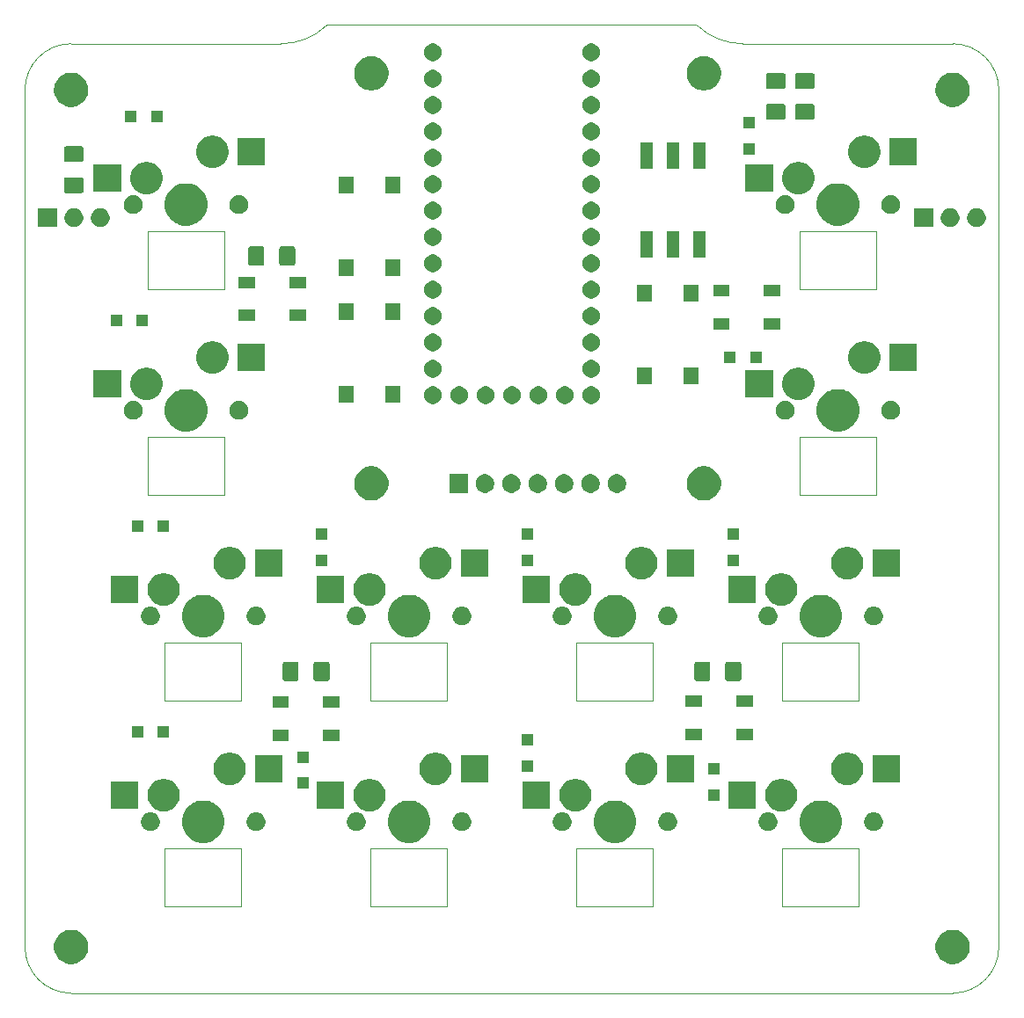
<source format=gbr>
G04 #@! TF.GenerationSoftware,KiCad,Pcbnew,(5.1.5)-3*
G04 #@! TF.CreationDate,2020-06-30T23:50:15-07:00*
G04 #@! TF.ProjectId,keypadV2,6b657970-6164-4563-922e-6b696361645f,rev?*
G04 #@! TF.SameCoordinates,Original*
G04 #@! TF.FileFunction,Soldermask,Bot*
G04 #@! TF.FilePolarity,Negative*
%FSLAX46Y46*%
G04 Gerber Fmt 4.6, Leading zero omitted, Abs format (unit mm)*
G04 Created by KiCad (PCBNEW (5.1.5)-3) date 2020-06-30 23:50:15*
%MOMM*%
%LPD*%
G04 APERTURE LIST*
%ADD10C,0.050000*%
%ADD11C,0.120000*%
%ADD12C,0.100000*%
G04 APERTURE END LIST*
D10*
X154178000Y-69024500D02*
X154178000Y-63436500D01*
X146812000Y-69024500D02*
X154178000Y-69024500D01*
X154178000Y-63436500D02*
X146812000Y-63436500D01*
X146812000Y-63436500D02*
X146812000Y-69024500D01*
X154178000Y-88836500D02*
X154178000Y-83248500D01*
X146812000Y-88836500D02*
X154178000Y-88836500D01*
X154178000Y-83248500D02*
X146812000Y-83248500D01*
X146812000Y-83248500D02*
X146812000Y-88836500D01*
X155829000Y-108648500D02*
X155829000Y-103060500D01*
X148463000Y-108648500D02*
X155829000Y-108648500D01*
X155829000Y-103060500D02*
X148463000Y-103060500D01*
X148463000Y-103060500D02*
X148463000Y-108648500D01*
X155829000Y-128460500D02*
X155829000Y-122872500D01*
X148463000Y-128460500D02*
X155829000Y-128460500D01*
X155829000Y-122872500D02*
X148463000Y-122872500D01*
X148463000Y-122872500D02*
X148463000Y-128460500D01*
X175641000Y-128460500D02*
X175641000Y-122872500D01*
X168275000Y-128460500D02*
X175641000Y-128460500D01*
X175641000Y-122872500D02*
X168275000Y-122872500D01*
X168275000Y-122872500D02*
X168275000Y-128460500D01*
X175641000Y-108648500D02*
X175641000Y-103060500D01*
X168275000Y-108648500D02*
X175641000Y-108648500D01*
X175641000Y-103060500D02*
X168275000Y-103060500D01*
X168275000Y-103060500D02*
X168275000Y-108648500D01*
X195453000Y-108648500D02*
X195453000Y-103060500D01*
X188087000Y-108648500D02*
X195453000Y-108648500D01*
X195453000Y-103060500D02*
X188087000Y-103060500D01*
X188087000Y-103060500D02*
X188087000Y-108648500D01*
X195453000Y-128460500D02*
X195453000Y-122872500D01*
X188087000Y-128460500D02*
X195453000Y-128460500D01*
X195453000Y-122872500D02*
X188087000Y-122872500D01*
X188087000Y-122872500D02*
X188087000Y-128460500D01*
X215265000Y-128460500D02*
X215265000Y-122872500D01*
X207899000Y-128460500D02*
X215265000Y-128460500D01*
X215265000Y-122872500D02*
X207899000Y-122872500D01*
X207899000Y-122872500D02*
X207899000Y-128460500D01*
X215265000Y-108648500D02*
X215265000Y-103060500D01*
X207899000Y-108648500D02*
X215265000Y-108648500D01*
X215265000Y-103060500D02*
X207899000Y-103060500D01*
X207899000Y-103060500D02*
X207899000Y-108648500D01*
X216916000Y-83248500D02*
X209550000Y-83248500D01*
X209550000Y-88836500D02*
X216916000Y-88836500D01*
X216916000Y-88836500D02*
X216916000Y-83248500D01*
X209550000Y-83248500D02*
X209550000Y-88836500D01*
X216916000Y-69024500D02*
X216916000Y-63436500D01*
X209550000Y-69024500D02*
X216916000Y-69024500D01*
X209550000Y-63436500D02*
X209550000Y-69024500D01*
X216916000Y-63436500D02*
X209550000Y-63436500D01*
X224282000Y-45402500D02*
X204089000Y-45402500D01*
X199459533Y-43557442D02*
X164268467Y-43557442D01*
X199728941Y-43669034D02*
G75*
G03X204089000Y-45402500I4360059J4616534D01*
G01*
X199728941Y-43669034D02*
G75*
G03X199459533Y-43557442I-269408J-269408D01*
G01*
X163999059Y-43669034D02*
G75*
G02X164268467Y-43557442I269408J-269408D01*
G01*
X163999059Y-43669034D02*
G75*
G02X159639000Y-45402500I-4360059J4616534D01*
G01*
X139446000Y-45402500D02*
X159639000Y-45402500D01*
X135001000Y-49847500D02*
X135001000Y-132397500D01*
X224282000Y-136842500D02*
X139446000Y-136842500D01*
X228727000Y-49847500D02*
X228727000Y-132397500D01*
D11*
X135001000Y-49847500D02*
G75*
G02X139446000Y-45402500I4445000J0D01*
G01*
X224282000Y-45402500D02*
G75*
G02X228727000Y-49847500I0J-4445000D01*
G01*
X228727000Y-132397500D02*
G75*
G02X224282000Y-136842500I-4445000J0D01*
G01*
X139446000Y-136842500D02*
G75*
G02X135001000Y-132397500I0J4445000D01*
G01*
D12*
G36*
X224657256Y-130788798D02*
G01*
X224763579Y-130809947D01*
X225064042Y-130934403D01*
X225334451Y-131115085D01*
X225564415Y-131345049D01*
X225745097Y-131615458D01*
X225869553Y-131915921D01*
X225933000Y-132234891D01*
X225933000Y-132560109D01*
X225869553Y-132879079D01*
X225745097Y-133179542D01*
X225564415Y-133449951D01*
X225334451Y-133679915D01*
X225064042Y-133860597D01*
X224763579Y-133985053D01*
X224657256Y-134006202D01*
X224444611Y-134048500D01*
X224119389Y-134048500D01*
X223906744Y-134006202D01*
X223800421Y-133985053D01*
X223499958Y-133860597D01*
X223229549Y-133679915D01*
X222999585Y-133449951D01*
X222818903Y-133179542D01*
X222694447Y-132879079D01*
X222631000Y-132560109D01*
X222631000Y-132234891D01*
X222694447Y-131915921D01*
X222818903Y-131615458D01*
X222999585Y-131345049D01*
X223229549Y-131115085D01*
X223499958Y-130934403D01*
X223800421Y-130809947D01*
X223906744Y-130788798D01*
X224119389Y-130746500D01*
X224444611Y-130746500D01*
X224657256Y-130788798D01*
G37*
G36*
X139821256Y-130788798D02*
G01*
X139927579Y-130809947D01*
X140228042Y-130934403D01*
X140498451Y-131115085D01*
X140728415Y-131345049D01*
X140909097Y-131615458D01*
X141033553Y-131915921D01*
X141097000Y-132234891D01*
X141097000Y-132560109D01*
X141033553Y-132879079D01*
X140909097Y-133179542D01*
X140728415Y-133449951D01*
X140498451Y-133679915D01*
X140228042Y-133860597D01*
X139927579Y-133985053D01*
X139821256Y-134006202D01*
X139608611Y-134048500D01*
X139283389Y-134048500D01*
X139070744Y-134006202D01*
X138964421Y-133985053D01*
X138663958Y-133860597D01*
X138393549Y-133679915D01*
X138163585Y-133449951D01*
X137982903Y-133179542D01*
X137858447Y-132879079D01*
X137795000Y-132560109D01*
X137795000Y-132234891D01*
X137858447Y-131915921D01*
X137982903Y-131615458D01*
X138163585Y-131345049D01*
X138393549Y-131115085D01*
X138663958Y-130934403D01*
X138964421Y-130809947D01*
X139070744Y-130788798D01*
X139283389Y-130746500D01*
X139608611Y-130746500D01*
X139821256Y-130788798D01*
G37*
G36*
X152742474Y-118366184D02*
G01*
X152960474Y-118456483D01*
X153114623Y-118520333D01*
X153449548Y-118744123D01*
X153734377Y-119028952D01*
X153958167Y-119363877D01*
X154022017Y-119518026D01*
X154112316Y-119736026D01*
X154190900Y-120131094D01*
X154190900Y-120533906D01*
X154112316Y-120928974D01*
X154028322Y-121131753D01*
X153958167Y-121301123D01*
X153734377Y-121636048D01*
X153449548Y-121920877D01*
X153114623Y-122144667D01*
X152960474Y-122208517D01*
X152742474Y-122298816D01*
X152347406Y-122377400D01*
X151944594Y-122377400D01*
X151549526Y-122298816D01*
X151331526Y-122208517D01*
X151177377Y-122144667D01*
X150842452Y-121920877D01*
X150557623Y-121636048D01*
X150333833Y-121301123D01*
X150263678Y-121131753D01*
X150179684Y-120928974D01*
X150101100Y-120533906D01*
X150101100Y-120131094D01*
X150179684Y-119736026D01*
X150269983Y-119518026D01*
X150333833Y-119363877D01*
X150557623Y-119028952D01*
X150842452Y-118744123D01*
X151177377Y-118520333D01*
X151331526Y-118456483D01*
X151549526Y-118366184D01*
X151944594Y-118287600D01*
X152347406Y-118287600D01*
X152742474Y-118366184D01*
G37*
G36*
X192366474Y-118366184D02*
G01*
X192584474Y-118456483D01*
X192738623Y-118520333D01*
X193073548Y-118744123D01*
X193358377Y-119028952D01*
X193582167Y-119363877D01*
X193646017Y-119518026D01*
X193736316Y-119736026D01*
X193814900Y-120131094D01*
X193814900Y-120533906D01*
X193736316Y-120928974D01*
X193652322Y-121131753D01*
X193582167Y-121301123D01*
X193358377Y-121636048D01*
X193073548Y-121920877D01*
X192738623Y-122144667D01*
X192584474Y-122208517D01*
X192366474Y-122298816D01*
X191971406Y-122377400D01*
X191568594Y-122377400D01*
X191173526Y-122298816D01*
X190955526Y-122208517D01*
X190801377Y-122144667D01*
X190466452Y-121920877D01*
X190181623Y-121636048D01*
X189957833Y-121301123D01*
X189887678Y-121131753D01*
X189803684Y-120928974D01*
X189725100Y-120533906D01*
X189725100Y-120131094D01*
X189803684Y-119736026D01*
X189893983Y-119518026D01*
X189957833Y-119363877D01*
X190181623Y-119028952D01*
X190466452Y-118744123D01*
X190801377Y-118520333D01*
X190955526Y-118456483D01*
X191173526Y-118366184D01*
X191568594Y-118287600D01*
X191971406Y-118287600D01*
X192366474Y-118366184D01*
G37*
G36*
X212178474Y-118366184D02*
G01*
X212396474Y-118456483D01*
X212550623Y-118520333D01*
X212885548Y-118744123D01*
X213170377Y-119028952D01*
X213394167Y-119363877D01*
X213458017Y-119518026D01*
X213548316Y-119736026D01*
X213626900Y-120131094D01*
X213626900Y-120533906D01*
X213548316Y-120928974D01*
X213464322Y-121131753D01*
X213394167Y-121301123D01*
X213170377Y-121636048D01*
X212885548Y-121920877D01*
X212550623Y-122144667D01*
X212396474Y-122208517D01*
X212178474Y-122298816D01*
X211783406Y-122377400D01*
X211380594Y-122377400D01*
X210985526Y-122298816D01*
X210767526Y-122208517D01*
X210613377Y-122144667D01*
X210278452Y-121920877D01*
X209993623Y-121636048D01*
X209769833Y-121301123D01*
X209699678Y-121131753D01*
X209615684Y-120928974D01*
X209537100Y-120533906D01*
X209537100Y-120131094D01*
X209615684Y-119736026D01*
X209705983Y-119518026D01*
X209769833Y-119363877D01*
X209993623Y-119028952D01*
X210278452Y-118744123D01*
X210613377Y-118520333D01*
X210767526Y-118456483D01*
X210985526Y-118366184D01*
X211380594Y-118287600D01*
X211783406Y-118287600D01*
X212178474Y-118366184D01*
G37*
G36*
X172554474Y-118366184D02*
G01*
X172772474Y-118456483D01*
X172926623Y-118520333D01*
X173261548Y-118744123D01*
X173546377Y-119028952D01*
X173770167Y-119363877D01*
X173834017Y-119518026D01*
X173924316Y-119736026D01*
X174002900Y-120131094D01*
X174002900Y-120533906D01*
X173924316Y-120928974D01*
X173840322Y-121131753D01*
X173770167Y-121301123D01*
X173546377Y-121636048D01*
X173261548Y-121920877D01*
X172926623Y-122144667D01*
X172772474Y-122208517D01*
X172554474Y-122298816D01*
X172159406Y-122377400D01*
X171756594Y-122377400D01*
X171361526Y-122298816D01*
X171143526Y-122208517D01*
X170989377Y-122144667D01*
X170654452Y-121920877D01*
X170369623Y-121636048D01*
X170145833Y-121301123D01*
X170075678Y-121131753D01*
X169991684Y-120928974D01*
X169913100Y-120533906D01*
X169913100Y-120131094D01*
X169991684Y-119736026D01*
X170081983Y-119518026D01*
X170145833Y-119363877D01*
X170369623Y-119028952D01*
X170654452Y-118744123D01*
X170989377Y-118520333D01*
X171143526Y-118456483D01*
X171361526Y-118366184D01*
X171756594Y-118287600D01*
X172159406Y-118287600D01*
X172554474Y-118366184D01*
G37*
G36*
X216837952Y-119447929D02*
G01*
X216925075Y-119465259D01*
X217034498Y-119510584D01*
X217089211Y-119533247D01*
X217235933Y-119631283D01*
X217236928Y-119631948D01*
X217362552Y-119757572D01*
X217362554Y-119757575D01*
X217461253Y-119905289D01*
X217461253Y-119905290D01*
X217529241Y-120069425D01*
X217563900Y-120243671D01*
X217563900Y-120421329D01*
X217529241Y-120595575D01*
X217483916Y-120704998D01*
X217461253Y-120759711D01*
X217363217Y-120906433D01*
X217362552Y-120907428D01*
X217236928Y-121033052D01*
X217236925Y-121033054D01*
X217089211Y-121131753D01*
X217034498Y-121154416D01*
X216925075Y-121199741D01*
X216837952Y-121217070D01*
X216750831Y-121234400D01*
X216573169Y-121234400D01*
X216486048Y-121217070D01*
X216398925Y-121199741D01*
X216289502Y-121154416D01*
X216234789Y-121131753D01*
X216087075Y-121033054D01*
X216087072Y-121033052D01*
X215961448Y-120907428D01*
X215960783Y-120906433D01*
X215862747Y-120759711D01*
X215840084Y-120704998D01*
X215794759Y-120595575D01*
X215760100Y-120421329D01*
X215760100Y-120243671D01*
X215794759Y-120069425D01*
X215862747Y-119905290D01*
X215862747Y-119905289D01*
X215961446Y-119757575D01*
X215961448Y-119757572D01*
X216087072Y-119631948D01*
X216088067Y-119631283D01*
X216234789Y-119533247D01*
X216289502Y-119510584D01*
X216398925Y-119465259D01*
X216486048Y-119447929D01*
X216573169Y-119430600D01*
X216750831Y-119430600D01*
X216837952Y-119447929D01*
G37*
G36*
X147241952Y-119447929D02*
G01*
X147329075Y-119465259D01*
X147438498Y-119510584D01*
X147493211Y-119533247D01*
X147639933Y-119631283D01*
X147640928Y-119631948D01*
X147766552Y-119757572D01*
X147766554Y-119757575D01*
X147865253Y-119905289D01*
X147865253Y-119905290D01*
X147933241Y-120069425D01*
X147967900Y-120243671D01*
X147967900Y-120421329D01*
X147933241Y-120595575D01*
X147887916Y-120704998D01*
X147865253Y-120759711D01*
X147767217Y-120906433D01*
X147766552Y-120907428D01*
X147640928Y-121033052D01*
X147640925Y-121033054D01*
X147493211Y-121131753D01*
X147438498Y-121154416D01*
X147329075Y-121199741D01*
X147241952Y-121217070D01*
X147154831Y-121234400D01*
X146977169Y-121234400D01*
X146890048Y-121217070D01*
X146802925Y-121199741D01*
X146693502Y-121154416D01*
X146638789Y-121131753D01*
X146491075Y-121033054D01*
X146491072Y-121033052D01*
X146365448Y-120907428D01*
X146364783Y-120906433D01*
X146266747Y-120759711D01*
X146244084Y-120704998D01*
X146198759Y-120595575D01*
X146164100Y-120421329D01*
X146164100Y-120243671D01*
X146198759Y-120069425D01*
X146266747Y-119905290D01*
X146266747Y-119905289D01*
X146365446Y-119757575D01*
X146365448Y-119757572D01*
X146491072Y-119631948D01*
X146492067Y-119631283D01*
X146638789Y-119533247D01*
X146693502Y-119510584D01*
X146802925Y-119465259D01*
X146890048Y-119447929D01*
X146977169Y-119430600D01*
X147154831Y-119430600D01*
X147241952Y-119447929D01*
G37*
G36*
X157401952Y-119447929D02*
G01*
X157489075Y-119465259D01*
X157598498Y-119510584D01*
X157653211Y-119533247D01*
X157799933Y-119631283D01*
X157800928Y-119631948D01*
X157926552Y-119757572D01*
X157926554Y-119757575D01*
X158025253Y-119905289D01*
X158025253Y-119905290D01*
X158093241Y-120069425D01*
X158127900Y-120243671D01*
X158127900Y-120421329D01*
X158093241Y-120595575D01*
X158047916Y-120704998D01*
X158025253Y-120759711D01*
X157927217Y-120906433D01*
X157926552Y-120907428D01*
X157800928Y-121033052D01*
X157800925Y-121033054D01*
X157653211Y-121131753D01*
X157598498Y-121154416D01*
X157489075Y-121199741D01*
X157401952Y-121217070D01*
X157314831Y-121234400D01*
X157137169Y-121234400D01*
X157050048Y-121217070D01*
X156962925Y-121199741D01*
X156853502Y-121154416D01*
X156798789Y-121131753D01*
X156651075Y-121033054D01*
X156651072Y-121033052D01*
X156525448Y-120907428D01*
X156524783Y-120906433D01*
X156426747Y-120759711D01*
X156404084Y-120704998D01*
X156358759Y-120595575D01*
X156324100Y-120421329D01*
X156324100Y-120243671D01*
X156358759Y-120069425D01*
X156426747Y-119905290D01*
X156426747Y-119905289D01*
X156525446Y-119757575D01*
X156525448Y-119757572D01*
X156651072Y-119631948D01*
X156652067Y-119631283D01*
X156798789Y-119533247D01*
X156853502Y-119510584D01*
X156962925Y-119465259D01*
X157050048Y-119447929D01*
X157137169Y-119430600D01*
X157314831Y-119430600D01*
X157401952Y-119447929D01*
G37*
G36*
X167053952Y-119447929D02*
G01*
X167141075Y-119465259D01*
X167250498Y-119510584D01*
X167305211Y-119533247D01*
X167451933Y-119631283D01*
X167452928Y-119631948D01*
X167578552Y-119757572D01*
X167578554Y-119757575D01*
X167677253Y-119905289D01*
X167677253Y-119905290D01*
X167745241Y-120069425D01*
X167779900Y-120243671D01*
X167779900Y-120421329D01*
X167745241Y-120595575D01*
X167699916Y-120704998D01*
X167677253Y-120759711D01*
X167579217Y-120906433D01*
X167578552Y-120907428D01*
X167452928Y-121033052D01*
X167452925Y-121033054D01*
X167305211Y-121131753D01*
X167250498Y-121154416D01*
X167141075Y-121199741D01*
X167053952Y-121217070D01*
X166966831Y-121234400D01*
X166789169Y-121234400D01*
X166702048Y-121217070D01*
X166614925Y-121199741D01*
X166505502Y-121154416D01*
X166450789Y-121131753D01*
X166303075Y-121033054D01*
X166303072Y-121033052D01*
X166177448Y-120907428D01*
X166176783Y-120906433D01*
X166078747Y-120759711D01*
X166056084Y-120704998D01*
X166010759Y-120595575D01*
X165976100Y-120421329D01*
X165976100Y-120243671D01*
X166010759Y-120069425D01*
X166078747Y-119905290D01*
X166078747Y-119905289D01*
X166177446Y-119757575D01*
X166177448Y-119757572D01*
X166303072Y-119631948D01*
X166304067Y-119631283D01*
X166450789Y-119533247D01*
X166505502Y-119510584D01*
X166614925Y-119465259D01*
X166702048Y-119447929D01*
X166789169Y-119430600D01*
X166966831Y-119430600D01*
X167053952Y-119447929D01*
G37*
G36*
X177213952Y-119447929D02*
G01*
X177301075Y-119465259D01*
X177410498Y-119510584D01*
X177465211Y-119533247D01*
X177611933Y-119631283D01*
X177612928Y-119631948D01*
X177738552Y-119757572D01*
X177738554Y-119757575D01*
X177837253Y-119905289D01*
X177837253Y-119905290D01*
X177905241Y-120069425D01*
X177939900Y-120243671D01*
X177939900Y-120421329D01*
X177905241Y-120595575D01*
X177859916Y-120704998D01*
X177837253Y-120759711D01*
X177739217Y-120906433D01*
X177738552Y-120907428D01*
X177612928Y-121033052D01*
X177612925Y-121033054D01*
X177465211Y-121131753D01*
X177410498Y-121154416D01*
X177301075Y-121199741D01*
X177213952Y-121217070D01*
X177126831Y-121234400D01*
X176949169Y-121234400D01*
X176862048Y-121217070D01*
X176774925Y-121199741D01*
X176665502Y-121154416D01*
X176610789Y-121131753D01*
X176463075Y-121033054D01*
X176463072Y-121033052D01*
X176337448Y-120907428D01*
X176336783Y-120906433D01*
X176238747Y-120759711D01*
X176216084Y-120704998D01*
X176170759Y-120595575D01*
X176136100Y-120421329D01*
X176136100Y-120243671D01*
X176170759Y-120069425D01*
X176238747Y-119905290D01*
X176238747Y-119905289D01*
X176337446Y-119757575D01*
X176337448Y-119757572D01*
X176463072Y-119631948D01*
X176464067Y-119631283D01*
X176610789Y-119533247D01*
X176665502Y-119510584D01*
X176774925Y-119465259D01*
X176862048Y-119447929D01*
X176949169Y-119430600D01*
X177126831Y-119430600D01*
X177213952Y-119447929D01*
G37*
G36*
X206677952Y-119447929D02*
G01*
X206765075Y-119465259D01*
X206874498Y-119510584D01*
X206929211Y-119533247D01*
X207075933Y-119631283D01*
X207076928Y-119631948D01*
X207202552Y-119757572D01*
X207202554Y-119757575D01*
X207301253Y-119905289D01*
X207301253Y-119905290D01*
X207369241Y-120069425D01*
X207403900Y-120243671D01*
X207403900Y-120421329D01*
X207369241Y-120595575D01*
X207323916Y-120704998D01*
X207301253Y-120759711D01*
X207203217Y-120906433D01*
X207202552Y-120907428D01*
X207076928Y-121033052D01*
X207076925Y-121033054D01*
X206929211Y-121131753D01*
X206874498Y-121154416D01*
X206765075Y-121199741D01*
X206677952Y-121217070D01*
X206590831Y-121234400D01*
X206413169Y-121234400D01*
X206326048Y-121217070D01*
X206238925Y-121199741D01*
X206129502Y-121154416D01*
X206074789Y-121131753D01*
X205927075Y-121033054D01*
X205927072Y-121033052D01*
X205801448Y-120907428D01*
X205800783Y-120906433D01*
X205702747Y-120759711D01*
X205680084Y-120704998D01*
X205634759Y-120595575D01*
X205600100Y-120421329D01*
X205600100Y-120243671D01*
X205634759Y-120069425D01*
X205702747Y-119905290D01*
X205702747Y-119905289D01*
X205801446Y-119757575D01*
X205801448Y-119757572D01*
X205927072Y-119631948D01*
X205928067Y-119631283D01*
X206074789Y-119533247D01*
X206129502Y-119510584D01*
X206238925Y-119465259D01*
X206326048Y-119447929D01*
X206413169Y-119430600D01*
X206590831Y-119430600D01*
X206677952Y-119447929D01*
G37*
G36*
X197025952Y-119447929D02*
G01*
X197113075Y-119465259D01*
X197222498Y-119510584D01*
X197277211Y-119533247D01*
X197423933Y-119631283D01*
X197424928Y-119631948D01*
X197550552Y-119757572D01*
X197550554Y-119757575D01*
X197649253Y-119905289D01*
X197649253Y-119905290D01*
X197717241Y-120069425D01*
X197751900Y-120243671D01*
X197751900Y-120421329D01*
X197717241Y-120595575D01*
X197671916Y-120704998D01*
X197649253Y-120759711D01*
X197551217Y-120906433D01*
X197550552Y-120907428D01*
X197424928Y-121033052D01*
X197424925Y-121033054D01*
X197277211Y-121131753D01*
X197222498Y-121154416D01*
X197113075Y-121199741D01*
X197025952Y-121217070D01*
X196938831Y-121234400D01*
X196761169Y-121234400D01*
X196674048Y-121217070D01*
X196586925Y-121199741D01*
X196477502Y-121154416D01*
X196422789Y-121131753D01*
X196275075Y-121033054D01*
X196275072Y-121033052D01*
X196149448Y-120907428D01*
X196148783Y-120906433D01*
X196050747Y-120759711D01*
X196028084Y-120704998D01*
X195982759Y-120595575D01*
X195948100Y-120421329D01*
X195948100Y-120243671D01*
X195982759Y-120069425D01*
X196050747Y-119905290D01*
X196050747Y-119905289D01*
X196149446Y-119757575D01*
X196149448Y-119757572D01*
X196275072Y-119631948D01*
X196276067Y-119631283D01*
X196422789Y-119533247D01*
X196477502Y-119510584D01*
X196586925Y-119465259D01*
X196674048Y-119447929D01*
X196761169Y-119430600D01*
X196938831Y-119430600D01*
X197025952Y-119447929D01*
G37*
G36*
X186865952Y-119447929D02*
G01*
X186953075Y-119465259D01*
X187062498Y-119510584D01*
X187117211Y-119533247D01*
X187263933Y-119631283D01*
X187264928Y-119631948D01*
X187390552Y-119757572D01*
X187390554Y-119757575D01*
X187489253Y-119905289D01*
X187489253Y-119905290D01*
X187557241Y-120069425D01*
X187591900Y-120243671D01*
X187591900Y-120421329D01*
X187557241Y-120595575D01*
X187511916Y-120704998D01*
X187489253Y-120759711D01*
X187391217Y-120906433D01*
X187390552Y-120907428D01*
X187264928Y-121033052D01*
X187264925Y-121033054D01*
X187117211Y-121131753D01*
X187062498Y-121154416D01*
X186953075Y-121199741D01*
X186865952Y-121217070D01*
X186778831Y-121234400D01*
X186601169Y-121234400D01*
X186514048Y-121217070D01*
X186426925Y-121199741D01*
X186317502Y-121154416D01*
X186262789Y-121131753D01*
X186115075Y-121033054D01*
X186115072Y-121033052D01*
X185989448Y-120907428D01*
X185988783Y-120906433D01*
X185890747Y-120759711D01*
X185868084Y-120704998D01*
X185822759Y-120595575D01*
X185788100Y-120421329D01*
X185788100Y-120243671D01*
X185822759Y-120069425D01*
X185890747Y-119905290D01*
X185890747Y-119905289D01*
X185989446Y-119757575D01*
X185989448Y-119757572D01*
X186115072Y-119631948D01*
X186116067Y-119631283D01*
X186262789Y-119533247D01*
X186317502Y-119510584D01*
X186426925Y-119465259D01*
X186514048Y-119447929D01*
X186601169Y-119430600D01*
X186778831Y-119430600D01*
X186865952Y-119447929D01*
G37*
G36*
X188262585Y-116271302D02*
G01*
X188412410Y-116301104D01*
X188694674Y-116418021D01*
X188948705Y-116587759D01*
X189164741Y-116803795D01*
X189334479Y-117057826D01*
X189451396Y-117340090D01*
X189511000Y-117639740D01*
X189511000Y-117945260D01*
X189451396Y-118244910D01*
X189334479Y-118527174D01*
X189164741Y-118781205D01*
X188948705Y-118997241D01*
X188694674Y-119166979D01*
X188412410Y-119283896D01*
X188262585Y-119313698D01*
X188112761Y-119343500D01*
X187807239Y-119343500D01*
X187657415Y-119313698D01*
X187507590Y-119283896D01*
X187225326Y-119166979D01*
X186971295Y-118997241D01*
X186755259Y-118781205D01*
X186585521Y-118527174D01*
X186468604Y-118244910D01*
X186409000Y-117945260D01*
X186409000Y-117639740D01*
X186468604Y-117340090D01*
X186585521Y-117057826D01*
X186755259Y-116803795D01*
X186971295Y-116587759D01*
X187225326Y-116418021D01*
X187507590Y-116301104D01*
X187657415Y-116271302D01*
X187807239Y-116241500D01*
X188112761Y-116241500D01*
X188262585Y-116271302D01*
G37*
G36*
X168450585Y-116271302D02*
G01*
X168600410Y-116301104D01*
X168882674Y-116418021D01*
X169136705Y-116587759D01*
X169352741Y-116803795D01*
X169522479Y-117057826D01*
X169639396Y-117340090D01*
X169699000Y-117639740D01*
X169699000Y-117945260D01*
X169639396Y-118244910D01*
X169522479Y-118527174D01*
X169352741Y-118781205D01*
X169136705Y-118997241D01*
X168882674Y-119166979D01*
X168600410Y-119283896D01*
X168450585Y-119313698D01*
X168300761Y-119343500D01*
X167995239Y-119343500D01*
X167845415Y-119313698D01*
X167695590Y-119283896D01*
X167413326Y-119166979D01*
X167159295Y-118997241D01*
X166943259Y-118781205D01*
X166773521Y-118527174D01*
X166656604Y-118244910D01*
X166597000Y-117945260D01*
X166597000Y-117639740D01*
X166656604Y-117340090D01*
X166773521Y-117057826D01*
X166943259Y-116803795D01*
X167159295Y-116587759D01*
X167413326Y-116418021D01*
X167695590Y-116301104D01*
X167845415Y-116271302D01*
X167995239Y-116241500D01*
X168300761Y-116241500D01*
X168450585Y-116271302D01*
G37*
G36*
X148638585Y-116271302D02*
G01*
X148788410Y-116301104D01*
X149070674Y-116418021D01*
X149324705Y-116587759D01*
X149540741Y-116803795D01*
X149710479Y-117057826D01*
X149827396Y-117340090D01*
X149887000Y-117639740D01*
X149887000Y-117945260D01*
X149827396Y-118244910D01*
X149710479Y-118527174D01*
X149540741Y-118781205D01*
X149324705Y-118997241D01*
X149070674Y-119166979D01*
X148788410Y-119283896D01*
X148638585Y-119313698D01*
X148488761Y-119343500D01*
X148183239Y-119343500D01*
X148033415Y-119313698D01*
X147883590Y-119283896D01*
X147601326Y-119166979D01*
X147347295Y-118997241D01*
X147131259Y-118781205D01*
X146961521Y-118527174D01*
X146844604Y-118244910D01*
X146785000Y-117945260D01*
X146785000Y-117639740D01*
X146844604Y-117340090D01*
X146961521Y-117057826D01*
X147131259Y-116803795D01*
X147347295Y-116587759D01*
X147601326Y-116418021D01*
X147883590Y-116301104D01*
X148033415Y-116271302D01*
X148183239Y-116241500D01*
X148488761Y-116241500D01*
X148638585Y-116271302D01*
G37*
G36*
X208074585Y-116271302D02*
G01*
X208224410Y-116301104D01*
X208506674Y-116418021D01*
X208760705Y-116587759D01*
X208976741Y-116803795D01*
X209146479Y-117057826D01*
X209263396Y-117340090D01*
X209323000Y-117639740D01*
X209323000Y-117945260D01*
X209263396Y-118244910D01*
X209146479Y-118527174D01*
X208976741Y-118781205D01*
X208760705Y-118997241D01*
X208506674Y-119166979D01*
X208224410Y-119283896D01*
X208074585Y-119313698D01*
X207924761Y-119343500D01*
X207619239Y-119343500D01*
X207469415Y-119313698D01*
X207319590Y-119283896D01*
X207037326Y-119166979D01*
X206783295Y-118997241D01*
X206567259Y-118781205D01*
X206397521Y-118527174D01*
X206280604Y-118244910D01*
X206221000Y-117945260D01*
X206221000Y-117639740D01*
X206280604Y-117340090D01*
X206397521Y-117057826D01*
X206567259Y-116803795D01*
X206783295Y-116587759D01*
X207037326Y-116418021D01*
X207319590Y-116301104D01*
X207469415Y-116271302D01*
X207619239Y-116241500D01*
X207924761Y-116241500D01*
X208074585Y-116271302D01*
G37*
G36*
X145912000Y-119093500D02*
G01*
X143260000Y-119093500D01*
X143260000Y-116491500D01*
X145912000Y-116491500D01*
X145912000Y-119093500D01*
G37*
G36*
X205348000Y-119093500D02*
G01*
X202696000Y-119093500D01*
X202696000Y-116491500D01*
X205348000Y-116491500D01*
X205348000Y-119093500D01*
G37*
G36*
X185536000Y-119093500D02*
G01*
X182884000Y-119093500D01*
X182884000Y-116491500D01*
X185536000Y-116491500D01*
X185536000Y-119093500D01*
G37*
G36*
X165724000Y-119093500D02*
G01*
X163072000Y-119093500D01*
X163072000Y-116491500D01*
X165724000Y-116491500D01*
X165724000Y-119093500D01*
G37*
G36*
X201846000Y-118323500D02*
G01*
X200744000Y-118323500D01*
X200744000Y-117221500D01*
X201846000Y-117221500D01*
X201846000Y-118323500D01*
G37*
G36*
X162349000Y-117180500D02*
G01*
X161247000Y-117180500D01*
X161247000Y-116078500D01*
X162349000Y-116078500D01*
X162349000Y-117180500D01*
G37*
G36*
X154988585Y-113731302D02*
G01*
X155138410Y-113761104D01*
X155420674Y-113878021D01*
X155674705Y-114047759D01*
X155890741Y-114263795D01*
X156060479Y-114517826D01*
X156177396Y-114800090D01*
X156237000Y-115099740D01*
X156237000Y-115405260D01*
X156177396Y-115704910D01*
X156060479Y-115987174D01*
X155890741Y-116241205D01*
X155674705Y-116457241D01*
X155420674Y-116626979D01*
X155138410Y-116743896D01*
X154988585Y-116773698D01*
X154838761Y-116803500D01*
X154533239Y-116803500D01*
X154383415Y-116773698D01*
X154233590Y-116743896D01*
X153951326Y-116626979D01*
X153697295Y-116457241D01*
X153481259Y-116241205D01*
X153311521Y-115987174D01*
X153194604Y-115704910D01*
X153135000Y-115405260D01*
X153135000Y-115099740D01*
X153194604Y-114800090D01*
X153311521Y-114517826D01*
X153481259Y-114263795D01*
X153697295Y-114047759D01*
X153951326Y-113878021D01*
X154233590Y-113761104D01*
X154383415Y-113731302D01*
X154533239Y-113701500D01*
X154838761Y-113701500D01*
X154988585Y-113731302D01*
G37*
G36*
X214424585Y-113731302D02*
G01*
X214574410Y-113761104D01*
X214856674Y-113878021D01*
X215110705Y-114047759D01*
X215326741Y-114263795D01*
X215496479Y-114517826D01*
X215613396Y-114800090D01*
X215673000Y-115099740D01*
X215673000Y-115405260D01*
X215613396Y-115704910D01*
X215496479Y-115987174D01*
X215326741Y-116241205D01*
X215110705Y-116457241D01*
X214856674Y-116626979D01*
X214574410Y-116743896D01*
X214424585Y-116773698D01*
X214274761Y-116803500D01*
X213969239Y-116803500D01*
X213819415Y-116773698D01*
X213669590Y-116743896D01*
X213387326Y-116626979D01*
X213133295Y-116457241D01*
X212917259Y-116241205D01*
X212747521Y-115987174D01*
X212630604Y-115704910D01*
X212571000Y-115405260D01*
X212571000Y-115099740D01*
X212630604Y-114800090D01*
X212747521Y-114517826D01*
X212917259Y-114263795D01*
X213133295Y-114047759D01*
X213387326Y-113878021D01*
X213669590Y-113761104D01*
X213819415Y-113731302D01*
X213969239Y-113701500D01*
X214274761Y-113701500D01*
X214424585Y-113731302D01*
G37*
G36*
X174800585Y-113731302D02*
G01*
X174950410Y-113761104D01*
X175232674Y-113878021D01*
X175486705Y-114047759D01*
X175702741Y-114263795D01*
X175872479Y-114517826D01*
X175989396Y-114800090D01*
X176049000Y-115099740D01*
X176049000Y-115405260D01*
X175989396Y-115704910D01*
X175872479Y-115987174D01*
X175702741Y-116241205D01*
X175486705Y-116457241D01*
X175232674Y-116626979D01*
X174950410Y-116743896D01*
X174800585Y-116773698D01*
X174650761Y-116803500D01*
X174345239Y-116803500D01*
X174195415Y-116773698D01*
X174045590Y-116743896D01*
X173763326Y-116626979D01*
X173509295Y-116457241D01*
X173293259Y-116241205D01*
X173123521Y-115987174D01*
X173006604Y-115704910D01*
X172947000Y-115405260D01*
X172947000Y-115099740D01*
X173006604Y-114800090D01*
X173123521Y-114517826D01*
X173293259Y-114263795D01*
X173509295Y-114047759D01*
X173763326Y-113878021D01*
X174045590Y-113761104D01*
X174195415Y-113731302D01*
X174345239Y-113701500D01*
X174650761Y-113701500D01*
X174800585Y-113731302D01*
G37*
G36*
X194612585Y-113731302D02*
G01*
X194762410Y-113761104D01*
X195044674Y-113878021D01*
X195298705Y-114047759D01*
X195514741Y-114263795D01*
X195684479Y-114517826D01*
X195801396Y-114800090D01*
X195861000Y-115099740D01*
X195861000Y-115405260D01*
X195801396Y-115704910D01*
X195684479Y-115987174D01*
X195514741Y-116241205D01*
X195298705Y-116457241D01*
X195044674Y-116626979D01*
X194762410Y-116743896D01*
X194612585Y-116773698D01*
X194462761Y-116803500D01*
X194157239Y-116803500D01*
X194007415Y-116773698D01*
X193857590Y-116743896D01*
X193575326Y-116626979D01*
X193321295Y-116457241D01*
X193105259Y-116241205D01*
X192935521Y-115987174D01*
X192818604Y-115704910D01*
X192759000Y-115405260D01*
X192759000Y-115099740D01*
X192818604Y-114800090D01*
X192935521Y-114517826D01*
X193105259Y-114263795D01*
X193321295Y-114047759D01*
X193575326Y-113878021D01*
X193857590Y-113761104D01*
X194007415Y-113731302D01*
X194157239Y-113701500D01*
X194462761Y-113701500D01*
X194612585Y-113731302D01*
G37*
G36*
X199386000Y-116553500D02*
G01*
X196734000Y-116553500D01*
X196734000Y-113951500D01*
X199386000Y-113951500D01*
X199386000Y-116553500D01*
G37*
G36*
X159762000Y-116553500D02*
G01*
X157110000Y-116553500D01*
X157110000Y-113951500D01*
X159762000Y-113951500D01*
X159762000Y-116553500D01*
G37*
G36*
X219198000Y-116553500D02*
G01*
X216546000Y-116553500D01*
X216546000Y-113951500D01*
X219198000Y-113951500D01*
X219198000Y-116553500D01*
G37*
G36*
X179574000Y-116553500D02*
G01*
X176922000Y-116553500D01*
X176922000Y-113951500D01*
X179574000Y-113951500D01*
X179574000Y-116553500D01*
G37*
G36*
X201846000Y-115823500D02*
G01*
X200744000Y-115823500D01*
X200744000Y-114721500D01*
X201846000Y-114721500D01*
X201846000Y-115823500D01*
G37*
G36*
X183939000Y-115529500D02*
G01*
X182837000Y-115529500D01*
X182837000Y-114427500D01*
X183939000Y-114427500D01*
X183939000Y-115529500D01*
G37*
G36*
X162349000Y-114680500D02*
G01*
X161247000Y-114680500D01*
X161247000Y-113578500D01*
X162349000Y-113578500D01*
X162349000Y-114680500D01*
G37*
G36*
X183939000Y-113029500D02*
G01*
X182837000Y-113029500D01*
X182837000Y-111927500D01*
X183939000Y-111927500D01*
X183939000Y-113029500D01*
G37*
G36*
X160403000Y-112577500D02*
G01*
X158801000Y-112577500D01*
X158801000Y-111475500D01*
X160403000Y-111475500D01*
X160403000Y-112577500D01*
G37*
G36*
X165303000Y-112577500D02*
G01*
X163701000Y-112577500D01*
X163701000Y-111475500D01*
X165303000Y-111475500D01*
X165303000Y-112577500D01*
G37*
G36*
X200154000Y-112450500D02*
G01*
X198552000Y-112450500D01*
X198552000Y-111348500D01*
X200154000Y-111348500D01*
X200154000Y-112450500D01*
G37*
G36*
X205054000Y-112450500D02*
G01*
X203452000Y-112450500D01*
X203452000Y-111348500D01*
X205054000Y-111348500D01*
X205054000Y-112450500D01*
G37*
G36*
X148867000Y-112247500D02*
G01*
X147765000Y-112247500D01*
X147765000Y-111145500D01*
X148867000Y-111145500D01*
X148867000Y-112247500D01*
G37*
G36*
X146367000Y-112247500D02*
G01*
X145265000Y-112247500D01*
X145265000Y-111145500D01*
X146367000Y-111145500D01*
X146367000Y-112247500D01*
G37*
G36*
X165303000Y-109377500D02*
G01*
X163701000Y-109377500D01*
X163701000Y-108275500D01*
X165303000Y-108275500D01*
X165303000Y-109377500D01*
G37*
G36*
X160403000Y-109377500D02*
G01*
X158801000Y-109377500D01*
X158801000Y-108275500D01*
X160403000Y-108275500D01*
X160403000Y-109377500D01*
G37*
G36*
X200154000Y-109250500D02*
G01*
X198552000Y-109250500D01*
X198552000Y-108148500D01*
X200154000Y-108148500D01*
X200154000Y-109250500D01*
G37*
G36*
X205054000Y-109250500D02*
G01*
X203452000Y-109250500D01*
X203452000Y-108148500D01*
X205054000Y-108148500D01*
X205054000Y-109250500D01*
G37*
G36*
X200801562Y-104932681D02*
G01*
X200836481Y-104943274D01*
X200868663Y-104960476D01*
X200896873Y-104983627D01*
X200920024Y-105011837D01*
X200937226Y-105044019D01*
X200947819Y-105078938D01*
X200952000Y-105121395D01*
X200952000Y-106587605D01*
X200947819Y-106630062D01*
X200937226Y-106664981D01*
X200920024Y-106697163D01*
X200896873Y-106725373D01*
X200868663Y-106748524D01*
X200836481Y-106765726D01*
X200801562Y-106776319D01*
X200759105Y-106780500D01*
X199617895Y-106780500D01*
X199575438Y-106776319D01*
X199540519Y-106765726D01*
X199508337Y-106748524D01*
X199480127Y-106725373D01*
X199456976Y-106697163D01*
X199439774Y-106664981D01*
X199429181Y-106630062D01*
X199425000Y-106587605D01*
X199425000Y-105121395D01*
X199429181Y-105078938D01*
X199439774Y-105044019D01*
X199456976Y-105011837D01*
X199480127Y-104983627D01*
X199508337Y-104960476D01*
X199540519Y-104943274D01*
X199575438Y-104932681D01*
X199617895Y-104928500D01*
X200759105Y-104928500D01*
X200801562Y-104932681D01*
G37*
G36*
X164152562Y-104932681D02*
G01*
X164187481Y-104943274D01*
X164219663Y-104960476D01*
X164247873Y-104983627D01*
X164271024Y-105011837D01*
X164288226Y-105044019D01*
X164298819Y-105078938D01*
X164303000Y-105121395D01*
X164303000Y-106587605D01*
X164298819Y-106630062D01*
X164288226Y-106664981D01*
X164271024Y-106697163D01*
X164247873Y-106725373D01*
X164219663Y-106748524D01*
X164187481Y-106765726D01*
X164152562Y-106776319D01*
X164110105Y-106780500D01*
X162968895Y-106780500D01*
X162926438Y-106776319D01*
X162891519Y-106765726D01*
X162859337Y-106748524D01*
X162831127Y-106725373D01*
X162807976Y-106697163D01*
X162790774Y-106664981D01*
X162780181Y-106630062D01*
X162776000Y-106587605D01*
X162776000Y-105121395D01*
X162780181Y-105078938D01*
X162790774Y-105044019D01*
X162807976Y-105011837D01*
X162831127Y-104983627D01*
X162859337Y-104960476D01*
X162891519Y-104943274D01*
X162926438Y-104932681D01*
X162968895Y-104928500D01*
X164110105Y-104928500D01*
X164152562Y-104932681D01*
G37*
G36*
X203776562Y-104932681D02*
G01*
X203811481Y-104943274D01*
X203843663Y-104960476D01*
X203871873Y-104983627D01*
X203895024Y-105011837D01*
X203912226Y-105044019D01*
X203922819Y-105078938D01*
X203927000Y-105121395D01*
X203927000Y-106587605D01*
X203922819Y-106630062D01*
X203912226Y-106664981D01*
X203895024Y-106697163D01*
X203871873Y-106725373D01*
X203843663Y-106748524D01*
X203811481Y-106765726D01*
X203776562Y-106776319D01*
X203734105Y-106780500D01*
X202592895Y-106780500D01*
X202550438Y-106776319D01*
X202515519Y-106765726D01*
X202483337Y-106748524D01*
X202455127Y-106725373D01*
X202431976Y-106697163D01*
X202414774Y-106664981D01*
X202404181Y-106630062D01*
X202400000Y-106587605D01*
X202400000Y-105121395D01*
X202404181Y-105078938D01*
X202414774Y-105044019D01*
X202431976Y-105011837D01*
X202455127Y-104983627D01*
X202483337Y-104960476D01*
X202515519Y-104943274D01*
X202550438Y-104932681D01*
X202592895Y-104928500D01*
X203734105Y-104928500D01*
X203776562Y-104932681D01*
G37*
G36*
X161177562Y-104932681D02*
G01*
X161212481Y-104943274D01*
X161244663Y-104960476D01*
X161272873Y-104983627D01*
X161296024Y-105011837D01*
X161313226Y-105044019D01*
X161323819Y-105078938D01*
X161328000Y-105121395D01*
X161328000Y-106587605D01*
X161323819Y-106630062D01*
X161313226Y-106664981D01*
X161296024Y-106697163D01*
X161272873Y-106725373D01*
X161244663Y-106748524D01*
X161212481Y-106765726D01*
X161177562Y-106776319D01*
X161135105Y-106780500D01*
X159993895Y-106780500D01*
X159951438Y-106776319D01*
X159916519Y-106765726D01*
X159884337Y-106748524D01*
X159856127Y-106725373D01*
X159832976Y-106697163D01*
X159815774Y-106664981D01*
X159805181Y-106630062D01*
X159801000Y-106587605D01*
X159801000Y-105121395D01*
X159805181Y-105078938D01*
X159815774Y-105044019D01*
X159832976Y-105011837D01*
X159856127Y-104983627D01*
X159884337Y-104960476D01*
X159916519Y-104943274D01*
X159951438Y-104932681D01*
X159993895Y-104928500D01*
X161135105Y-104928500D01*
X161177562Y-104932681D01*
G37*
G36*
X192366474Y-98554184D02*
G01*
X192584474Y-98644483D01*
X192738623Y-98708333D01*
X193073548Y-98932123D01*
X193358377Y-99216952D01*
X193582167Y-99551877D01*
X193646017Y-99706026D01*
X193736316Y-99924026D01*
X193814900Y-100319094D01*
X193814900Y-100721906D01*
X193736316Y-101116974D01*
X193652322Y-101319753D01*
X193582167Y-101489123D01*
X193358377Y-101824048D01*
X193073548Y-102108877D01*
X192738623Y-102332667D01*
X192584474Y-102396517D01*
X192366474Y-102486816D01*
X191971406Y-102565400D01*
X191568594Y-102565400D01*
X191173526Y-102486816D01*
X190955526Y-102396517D01*
X190801377Y-102332667D01*
X190466452Y-102108877D01*
X190181623Y-101824048D01*
X189957833Y-101489123D01*
X189887678Y-101319753D01*
X189803684Y-101116974D01*
X189725100Y-100721906D01*
X189725100Y-100319094D01*
X189803684Y-99924026D01*
X189893983Y-99706026D01*
X189957833Y-99551877D01*
X190181623Y-99216952D01*
X190466452Y-98932123D01*
X190801377Y-98708333D01*
X190955526Y-98644483D01*
X191173526Y-98554184D01*
X191568594Y-98475600D01*
X191971406Y-98475600D01*
X192366474Y-98554184D01*
G37*
G36*
X172554474Y-98554184D02*
G01*
X172772474Y-98644483D01*
X172926623Y-98708333D01*
X173261548Y-98932123D01*
X173546377Y-99216952D01*
X173770167Y-99551877D01*
X173834017Y-99706026D01*
X173924316Y-99924026D01*
X174002900Y-100319094D01*
X174002900Y-100721906D01*
X173924316Y-101116974D01*
X173840322Y-101319753D01*
X173770167Y-101489123D01*
X173546377Y-101824048D01*
X173261548Y-102108877D01*
X172926623Y-102332667D01*
X172772474Y-102396517D01*
X172554474Y-102486816D01*
X172159406Y-102565400D01*
X171756594Y-102565400D01*
X171361526Y-102486816D01*
X171143526Y-102396517D01*
X170989377Y-102332667D01*
X170654452Y-102108877D01*
X170369623Y-101824048D01*
X170145833Y-101489123D01*
X170075678Y-101319753D01*
X169991684Y-101116974D01*
X169913100Y-100721906D01*
X169913100Y-100319094D01*
X169991684Y-99924026D01*
X170081983Y-99706026D01*
X170145833Y-99551877D01*
X170369623Y-99216952D01*
X170654452Y-98932123D01*
X170989377Y-98708333D01*
X171143526Y-98644483D01*
X171361526Y-98554184D01*
X171756594Y-98475600D01*
X172159406Y-98475600D01*
X172554474Y-98554184D01*
G37*
G36*
X212178474Y-98554184D02*
G01*
X212396474Y-98644483D01*
X212550623Y-98708333D01*
X212885548Y-98932123D01*
X213170377Y-99216952D01*
X213394167Y-99551877D01*
X213458017Y-99706026D01*
X213548316Y-99924026D01*
X213626900Y-100319094D01*
X213626900Y-100721906D01*
X213548316Y-101116974D01*
X213464322Y-101319753D01*
X213394167Y-101489123D01*
X213170377Y-101824048D01*
X212885548Y-102108877D01*
X212550623Y-102332667D01*
X212396474Y-102396517D01*
X212178474Y-102486816D01*
X211783406Y-102565400D01*
X211380594Y-102565400D01*
X210985526Y-102486816D01*
X210767526Y-102396517D01*
X210613377Y-102332667D01*
X210278452Y-102108877D01*
X209993623Y-101824048D01*
X209769833Y-101489123D01*
X209699678Y-101319753D01*
X209615684Y-101116974D01*
X209537100Y-100721906D01*
X209537100Y-100319094D01*
X209615684Y-99924026D01*
X209705983Y-99706026D01*
X209769833Y-99551877D01*
X209993623Y-99216952D01*
X210278452Y-98932123D01*
X210613377Y-98708333D01*
X210767526Y-98644483D01*
X210985526Y-98554184D01*
X211380594Y-98475600D01*
X211783406Y-98475600D01*
X212178474Y-98554184D01*
G37*
G36*
X152742474Y-98554184D02*
G01*
X152960474Y-98644483D01*
X153114623Y-98708333D01*
X153449548Y-98932123D01*
X153734377Y-99216952D01*
X153958167Y-99551877D01*
X154022017Y-99706026D01*
X154112316Y-99924026D01*
X154190900Y-100319094D01*
X154190900Y-100721906D01*
X154112316Y-101116974D01*
X154028322Y-101319753D01*
X153958167Y-101489123D01*
X153734377Y-101824048D01*
X153449548Y-102108877D01*
X153114623Y-102332667D01*
X152960474Y-102396517D01*
X152742474Y-102486816D01*
X152347406Y-102565400D01*
X151944594Y-102565400D01*
X151549526Y-102486816D01*
X151331526Y-102396517D01*
X151177377Y-102332667D01*
X150842452Y-102108877D01*
X150557623Y-101824048D01*
X150333833Y-101489123D01*
X150263678Y-101319753D01*
X150179684Y-101116974D01*
X150101100Y-100721906D01*
X150101100Y-100319094D01*
X150179684Y-99924026D01*
X150269983Y-99706026D01*
X150333833Y-99551877D01*
X150557623Y-99216952D01*
X150842452Y-98932123D01*
X151177377Y-98708333D01*
X151331526Y-98644483D01*
X151549526Y-98554184D01*
X151944594Y-98475600D01*
X152347406Y-98475600D01*
X152742474Y-98554184D01*
G37*
G36*
X197025952Y-99635929D02*
G01*
X197113075Y-99653259D01*
X197222498Y-99698584D01*
X197277211Y-99721247D01*
X197423933Y-99819283D01*
X197424928Y-99819948D01*
X197550552Y-99945572D01*
X197550554Y-99945575D01*
X197649253Y-100093289D01*
X197649253Y-100093290D01*
X197717241Y-100257425D01*
X197751900Y-100431671D01*
X197751900Y-100609329D01*
X197717241Y-100783575D01*
X197671916Y-100892998D01*
X197649253Y-100947711D01*
X197551217Y-101094433D01*
X197550552Y-101095428D01*
X197424928Y-101221052D01*
X197424925Y-101221054D01*
X197277211Y-101319753D01*
X197222498Y-101342416D01*
X197113075Y-101387741D01*
X197025952Y-101405071D01*
X196938831Y-101422400D01*
X196761169Y-101422400D01*
X196674048Y-101405071D01*
X196586925Y-101387741D01*
X196477502Y-101342416D01*
X196422789Y-101319753D01*
X196275075Y-101221054D01*
X196275072Y-101221052D01*
X196149448Y-101095428D01*
X196148783Y-101094433D01*
X196050747Y-100947711D01*
X196028084Y-100892998D01*
X195982759Y-100783575D01*
X195948100Y-100609329D01*
X195948100Y-100431671D01*
X195982759Y-100257425D01*
X196050747Y-100093290D01*
X196050747Y-100093289D01*
X196149446Y-99945575D01*
X196149448Y-99945572D01*
X196275072Y-99819948D01*
X196276067Y-99819283D01*
X196422789Y-99721247D01*
X196477502Y-99698584D01*
X196586925Y-99653259D01*
X196674048Y-99635929D01*
X196761169Y-99618600D01*
X196938831Y-99618600D01*
X197025952Y-99635929D01*
G37*
G36*
X147241952Y-99635929D02*
G01*
X147329075Y-99653259D01*
X147438498Y-99698584D01*
X147493211Y-99721247D01*
X147639933Y-99819283D01*
X147640928Y-99819948D01*
X147766552Y-99945572D01*
X147766554Y-99945575D01*
X147865253Y-100093289D01*
X147865253Y-100093290D01*
X147933241Y-100257425D01*
X147967900Y-100431671D01*
X147967900Y-100609329D01*
X147933241Y-100783575D01*
X147887916Y-100892998D01*
X147865253Y-100947711D01*
X147767217Y-101094433D01*
X147766552Y-101095428D01*
X147640928Y-101221052D01*
X147640925Y-101221054D01*
X147493211Y-101319753D01*
X147438498Y-101342416D01*
X147329075Y-101387741D01*
X147241952Y-101405071D01*
X147154831Y-101422400D01*
X146977169Y-101422400D01*
X146890048Y-101405071D01*
X146802925Y-101387741D01*
X146693502Y-101342416D01*
X146638789Y-101319753D01*
X146491075Y-101221054D01*
X146491072Y-101221052D01*
X146365448Y-101095428D01*
X146364783Y-101094433D01*
X146266747Y-100947711D01*
X146244084Y-100892998D01*
X146198759Y-100783575D01*
X146164100Y-100609329D01*
X146164100Y-100431671D01*
X146198759Y-100257425D01*
X146266747Y-100093290D01*
X146266747Y-100093289D01*
X146365446Y-99945575D01*
X146365448Y-99945572D01*
X146491072Y-99819948D01*
X146492067Y-99819283D01*
X146638789Y-99721247D01*
X146693502Y-99698584D01*
X146802925Y-99653259D01*
X146890048Y-99635929D01*
X146977169Y-99618600D01*
X147154831Y-99618600D01*
X147241952Y-99635929D01*
G37*
G36*
X157401952Y-99635929D02*
G01*
X157489075Y-99653259D01*
X157598498Y-99698584D01*
X157653211Y-99721247D01*
X157799933Y-99819283D01*
X157800928Y-99819948D01*
X157926552Y-99945572D01*
X157926554Y-99945575D01*
X158025253Y-100093289D01*
X158025253Y-100093290D01*
X158093241Y-100257425D01*
X158127900Y-100431671D01*
X158127900Y-100609329D01*
X158093241Y-100783575D01*
X158047916Y-100892998D01*
X158025253Y-100947711D01*
X157927217Y-101094433D01*
X157926552Y-101095428D01*
X157800928Y-101221052D01*
X157800925Y-101221054D01*
X157653211Y-101319753D01*
X157598498Y-101342416D01*
X157489075Y-101387741D01*
X157401952Y-101405071D01*
X157314831Y-101422400D01*
X157137169Y-101422400D01*
X157050048Y-101405071D01*
X156962925Y-101387741D01*
X156853502Y-101342416D01*
X156798789Y-101319753D01*
X156651075Y-101221054D01*
X156651072Y-101221052D01*
X156525448Y-101095428D01*
X156524783Y-101094433D01*
X156426747Y-100947711D01*
X156404084Y-100892998D01*
X156358759Y-100783575D01*
X156324100Y-100609329D01*
X156324100Y-100431671D01*
X156358759Y-100257425D01*
X156426747Y-100093290D01*
X156426747Y-100093289D01*
X156525446Y-99945575D01*
X156525448Y-99945572D01*
X156651072Y-99819948D01*
X156652067Y-99819283D01*
X156798789Y-99721247D01*
X156853502Y-99698584D01*
X156962925Y-99653259D01*
X157050048Y-99635929D01*
X157137169Y-99618600D01*
X157314831Y-99618600D01*
X157401952Y-99635929D01*
G37*
G36*
X186865952Y-99635929D02*
G01*
X186953075Y-99653259D01*
X187062498Y-99698584D01*
X187117211Y-99721247D01*
X187263933Y-99819283D01*
X187264928Y-99819948D01*
X187390552Y-99945572D01*
X187390554Y-99945575D01*
X187489253Y-100093289D01*
X187489253Y-100093290D01*
X187557241Y-100257425D01*
X187591900Y-100431671D01*
X187591900Y-100609329D01*
X187557241Y-100783575D01*
X187511916Y-100892998D01*
X187489253Y-100947711D01*
X187391217Y-101094433D01*
X187390552Y-101095428D01*
X187264928Y-101221052D01*
X187264925Y-101221054D01*
X187117211Y-101319753D01*
X187062498Y-101342416D01*
X186953075Y-101387741D01*
X186865952Y-101405071D01*
X186778831Y-101422400D01*
X186601169Y-101422400D01*
X186514048Y-101405071D01*
X186426925Y-101387741D01*
X186317502Y-101342416D01*
X186262789Y-101319753D01*
X186115075Y-101221054D01*
X186115072Y-101221052D01*
X185989448Y-101095428D01*
X185988783Y-101094433D01*
X185890747Y-100947711D01*
X185868084Y-100892998D01*
X185822759Y-100783575D01*
X185788100Y-100609329D01*
X185788100Y-100431671D01*
X185822759Y-100257425D01*
X185890747Y-100093290D01*
X185890747Y-100093289D01*
X185989446Y-99945575D01*
X185989448Y-99945572D01*
X186115072Y-99819948D01*
X186116067Y-99819283D01*
X186262789Y-99721247D01*
X186317502Y-99698584D01*
X186426925Y-99653259D01*
X186514048Y-99635929D01*
X186601169Y-99618600D01*
X186778831Y-99618600D01*
X186865952Y-99635929D01*
G37*
G36*
X167053952Y-99635929D02*
G01*
X167141075Y-99653259D01*
X167250498Y-99698584D01*
X167305211Y-99721247D01*
X167451933Y-99819283D01*
X167452928Y-99819948D01*
X167578552Y-99945572D01*
X167578554Y-99945575D01*
X167677253Y-100093289D01*
X167677253Y-100093290D01*
X167745241Y-100257425D01*
X167779900Y-100431671D01*
X167779900Y-100609329D01*
X167745241Y-100783575D01*
X167699916Y-100892998D01*
X167677253Y-100947711D01*
X167579217Y-101094433D01*
X167578552Y-101095428D01*
X167452928Y-101221052D01*
X167452925Y-101221054D01*
X167305211Y-101319753D01*
X167250498Y-101342416D01*
X167141075Y-101387741D01*
X167053952Y-101405071D01*
X166966831Y-101422400D01*
X166789169Y-101422400D01*
X166702048Y-101405071D01*
X166614925Y-101387741D01*
X166505502Y-101342416D01*
X166450789Y-101319753D01*
X166303075Y-101221054D01*
X166303072Y-101221052D01*
X166177448Y-101095428D01*
X166176783Y-101094433D01*
X166078747Y-100947711D01*
X166056084Y-100892998D01*
X166010759Y-100783575D01*
X165976100Y-100609329D01*
X165976100Y-100431671D01*
X166010759Y-100257425D01*
X166078747Y-100093290D01*
X166078747Y-100093289D01*
X166177446Y-99945575D01*
X166177448Y-99945572D01*
X166303072Y-99819948D01*
X166304067Y-99819283D01*
X166450789Y-99721247D01*
X166505502Y-99698584D01*
X166614925Y-99653259D01*
X166702048Y-99635929D01*
X166789169Y-99618600D01*
X166966831Y-99618600D01*
X167053952Y-99635929D01*
G37*
G36*
X216837952Y-99635929D02*
G01*
X216925075Y-99653259D01*
X217034498Y-99698584D01*
X217089211Y-99721247D01*
X217235933Y-99819283D01*
X217236928Y-99819948D01*
X217362552Y-99945572D01*
X217362554Y-99945575D01*
X217461253Y-100093289D01*
X217461253Y-100093290D01*
X217529241Y-100257425D01*
X217563900Y-100431671D01*
X217563900Y-100609329D01*
X217529241Y-100783575D01*
X217483916Y-100892998D01*
X217461253Y-100947711D01*
X217363217Y-101094433D01*
X217362552Y-101095428D01*
X217236928Y-101221052D01*
X217236925Y-101221054D01*
X217089211Y-101319753D01*
X217034498Y-101342416D01*
X216925075Y-101387741D01*
X216837952Y-101405071D01*
X216750831Y-101422400D01*
X216573169Y-101422400D01*
X216486048Y-101405071D01*
X216398925Y-101387741D01*
X216289502Y-101342416D01*
X216234789Y-101319753D01*
X216087075Y-101221054D01*
X216087072Y-101221052D01*
X215961448Y-101095428D01*
X215960783Y-101094433D01*
X215862747Y-100947711D01*
X215840084Y-100892998D01*
X215794759Y-100783575D01*
X215760100Y-100609329D01*
X215760100Y-100431671D01*
X215794759Y-100257425D01*
X215862747Y-100093290D01*
X215862747Y-100093289D01*
X215961446Y-99945575D01*
X215961448Y-99945572D01*
X216087072Y-99819948D01*
X216088067Y-99819283D01*
X216234789Y-99721247D01*
X216289502Y-99698584D01*
X216398925Y-99653259D01*
X216486048Y-99635929D01*
X216573169Y-99618600D01*
X216750831Y-99618600D01*
X216837952Y-99635929D01*
G37*
G36*
X206677952Y-99635929D02*
G01*
X206765075Y-99653259D01*
X206874498Y-99698584D01*
X206929211Y-99721247D01*
X207075933Y-99819283D01*
X207076928Y-99819948D01*
X207202552Y-99945572D01*
X207202554Y-99945575D01*
X207301253Y-100093289D01*
X207301253Y-100093290D01*
X207369241Y-100257425D01*
X207403900Y-100431671D01*
X207403900Y-100609329D01*
X207369241Y-100783575D01*
X207323916Y-100892998D01*
X207301253Y-100947711D01*
X207203217Y-101094433D01*
X207202552Y-101095428D01*
X207076928Y-101221052D01*
X207076925Y-101221054D01*
X206929211Y-101319753D01*
X206874498Y-101342416D01*
X206765075Y-101387741D01*
X206677952Y-101405071D01*
X206590831Y-101422400D01*
X206413169Y-101422400D01*
X206326048Y-101405071D01*
X206238925Y-101387741D01*
X206129502Y-101342416D01*
X206074789Y-101319753D01*
X205927075Y-101221054D01*
X205927072Y-101221052D01*
X205801448Y-101095428D01*
X205800783Y-101094433D01*
X205702747Y-100947711D01*
X205680084Y-100892998D01*
X205634759Y-100783575D01*
X205600100Y-100609329D01*
X205600100Y-100431671D01*
X205634759Y-100257425D01*
X205702747Y-100093290D01*
X205702747Y-100093289D01*
X205801446Y-99945575D01*
X205801448Y-99945572D01*
X205927072Y-99819948D01*
X205928067Y-99819283D01*
X206074789Y-99721247D01*
X206129502Y-99698584D01*
X206238925Y-99653259D01*
X206326048Y-99635929D01*
X206413169Y-99618600D01*
X206590831Y-99618600D01*
X206677952Y-99635929D01*
G37*
G36*
X177213952Y-99635929D02*
G01*
X177301075Y-99653259D01*
X177410498Y-99698584D01*
X177465211Y-99721247D01*
X177611933Y-99819283D01*
X177612928Y-99819948D01*
X177738552Y-99945572D01*
X177738554Y-99945575D01*
X177837253Y-100093289D01*
X177837253Y-100093290D01*
X177905241Y-100257425D01*
X177939900Y-100431671D01*
X177939900Y-100609329D01*
X177905241Y-100783575D01*
X177859916Y-100892998D01*
X177837253Y-100947711D01*
X177739217Y-101094433D01*
X177738552Y-101095428D01*
X177612928Y-101221052D01*
X177612925Y-101221054D01*
X177465211Y-101319753D01*
X177410498Y-101342416D01*
X177301075Y-101387741D01*
X177213952Y-101405071D01*
X177126831Y-101422400D01*
X176949169Y-101422400D01*
X176862048Y-101405071D01*
X176774925Y-101387741D01*
X176665502Y-101342416D01*
X176610789Y-101319753D01*
X176463075Y-101221054D01*
X176463072Y-101221052D01*
X176337448Y-101095428D01*
X176336783Y-101094433D01*
X176238747Y-100947711D01*
X176216084Y-100892998D01*
X176170759Y-100783575D01*
X176136100Y-100609329D01*
X176136100Y-100431671D01*
X176170759Y-100257425D01*
X176238747Y-100093290D01*
X176238747Y-100093289D01*
X176337446Y-99945575D01*
X176337448Y-99945572D01*
X176463072Y-99819948D01*
X176464067Y-99819283D01*
X176610789Y-99721247D01*
X176665502Y-99698584D01*
X176774925Y-99653259D01*
X176862048Y-99635929D01*
X176949169Y-99618600D01*
X177126831Y-99618600D01*
X177213952Y-99635929D01*
G37*
G36*
X168450585Y-96459302D02*
G01*
X168600410Y-96489104D01*
X168882674Y-96606021D01*
X169136705Y-96775759D01*
X169352741Y-96991795D01*
X169522479Y-97245826D01*
X169639396Y-97528090D01*
X169699000Y-97827740D01*
X169699000Y-98133260D01*
X169639396Y-98432910D01*
X169522479Y-98715174D01*
X169352741Y-98969205D01*
X169136705Y-99185241D01*
X168882674Y-99354979D01*
X168600410Y-99471896D01*
X168450585Y-99501698D01*
X168300761Y-99531500D01*
X167995239Y-99531500D01*
X167845415Y-99501698D01*
X167695590Y-99471896D01*
X167413326Y-99354979D01*
X167159295Y-99185241D01*
X166943259Y-98969205D01*
X166773521Y-98715174D01*
X166656604Y-98432910D01*
X166597000Y-98133260D01*
X166597000Y-97827740D01*
X166656604Y-97528090D01*
X166773521Y-97245826D01*
X166943259Y-96991795D01*
X167159295Y-96775759D01*
X167413326Y-96606021D01*
X167695590Y-96489104D01*
X167845415Y-96459302D01*
X167995239Y-96429500D01*
X168300761Y-96429500D01*
X168450585Y-96459302D01*
G37*
G36*
X208074585Y-96459302D02*
G01*
X208224410Y-96489104D01*
X208506674Y-96606021D01*
X208760705Y-96775759D01*
X208976741Y-96991795D01*
X209146479Y-97245826D01*
X209263396Y-97528090D01*
X209323000Y-97827740D01*
X209323000Y-98133260D01*
X209263396Y-98432910D01*
X209146479Y-98715174D01*
X208976741Y-98969205D01*
X208760705Y-99185241D01*
X208506674Y-99354979D01*
X208224410Y-99471896D01*
X208074585Y-99501698D01*
X207924761Y-99531500D01*
X207619239Y-99531500D01*
X207469415Y-99501698D01*
X207319590Y-99471896D01*
X207037326Y-99354979D01*
X206783295Y-99185241D01*
X206567259Y-98969205D01*
X206397521Y-98715174D01*
X206280604Y-98432910D01*
X206221000Y-98133260D01*
X206221000Y-97827740D01*
X206280604Y-97528090D01*
X206397521Y-97245826D01*
X206567259Y-96991795D01*
X206783295Y-96775759D01*
X207037326Y-96606021D01*
X207319590Y-96489104D01*
X207469415Y-96459302D01*
X207619239Y-96429500D01*
X207924761Y-96429500D01*
X208074585Y-96459302D01*
G37*
G36*
X148638585Y-96459302D02*
G01*
X148788410Y-96489104D01*
X149070674Y-96606021D01*
X149324705Y-96775759D01*
X149540741Y-96991795D01*
X149710479Y-97245826D01*
X149827396Y-97528090D01*
X149887000Y-97827740D01*
X149887000Y-98133260D01*
X149827396Y-98432910D01*
X149710479Y-98715174D01*
X149540741Y-98969205D01*
X149324705Y-99185241D01*
X149070674Y-99354979D01*
X148788410Y-99471896D01*
X148638585Y-99501698D01*
X148488761Y-99531500D01*
X148183239Y-99531500D01*
X148033415Y-99501698D01*
X147883590Y-99471896D01*
X147601326Y-99354979D01*
X147347295Y-99185241D01*
X147131259Y-98969205D01*
X146961521Y-98715174D01*
X146844604Y-98432910D01*
X146785000Y-98133260D01*
X146785000Y-97827740D01*
X146844604Y-97528090D01*
X146961521Y-97245826D01*
X147131259Y-96991795D01*
X147347295Y-96775759D01*
X147601326Y-96606021D01*
X147883590Y-96489104D01*
X148033415Y-96459302D01*
X148183239Y-96429500D01*
X148488761Y-96429500D01*
X148638585Y-96459302D01*
G37*
G36*
X188262585Y-96459302D02*
G01*
X188412410Y-96489104D01*
X188694674Y-96606021D01*
X188948705Y-96775759D01*
X189164741Y-96991795D01*
X189334479Y-97245826D01*
X189451396Y-97528090D01*
X189511000Y-97827740D01*
X189511000Y-98133260D01*
X189451396Y-98432910D01*
X189334479Y-98715174D01*
X189164741Y-98969205D01*
X188948705Y-99185241D01*
X188694674Y-99354979D01*
X188412410Y-99471896D01*
X188262585Y-99501698D01*
X188112761Y-99531500D01*
X187807239Y-99531500D01*
X187657415Y-99501698D01*
X187507590Y-99471896D01*
X187225326Y-99354979D01*
X186971295Y-99185241D01*
X186755259Y-98969205D01*
X186585521Y-98715174D01*
X186468604Y-98432910D01*
X186409000Y-98133260D01*
X186409000Y-97827740D01*
X186468604Y-97528090D01*
X186585521Y-97245826D01*
X186755259Y-96991795D01*
X186971295Y-96775759D01*
X187225326Y-96606021D01*
X187507590Y-96489104D01*
X187657415Y-96459302D01*
X187807239Y-96429500D01*
X188112761Y-96429500D01*
X188262585Y-96459302D01*
G37*
G36*
X145912000Y-99281500D02*
G01*
X143260000Y-99281500D01*
X143260000Y-96679500D01*
X145912000Y-96679500D01*
X145912000Y-99281500D01*
G37*
G36*
X205348000Y-99281500D02*
G01*
X202696000Y-99281500D01*
X202696000Y-96679500D01*
X205348000Y-96679500D01*
X205348000Y-99281500D01*
G37*
G36*
X185536000Y-99281500D02*
G01*
X182884000Y-99281500D01*
X182884000Y-96679500D01*
X185536000Y-96679500D01*
X185536000Y-99281500D01*
G37*
G36*
X165724000Y-99281500D02*
G01*
X163072000Y-99281500D01*
X163072000Y-96679500D01*
X165724000Y-96679500D01*
X165724000Y-99281500D01*
G37*
G36*
X174800585Y-93919302D02*
G01*
X174950410Y-93949104D01*
X175232674Y-94066021D01*
X175486705Y-94235759D01*
X175702741Y-94451795D01*
X175872479Y-94705826D01*
X175989396Y-94988090D01*
X176049000Y-95287740D01*
X176049000Y-95593260D01*
X175989396Y-95892910D01*
X175872479Y-96175174D01*
X175702741Y-96429205D01*
X175486705Y-96645241D01*
X175232674Y-96814979D01*
X174950410Y-96931896D01*
X174800585Y-96961698D01*
X174650761Y-96991500D01*
X174345239Y-96991500D01*
X174195415Y-96961698D01*
X174045590Y-96931896D01*
X173763326Y-96814979D01*
X173509295Y-96645241D01*
X173293259Y-96429205D01*
X173123521Y-96175174D01*
X173006604Y-95892910D01*
X172947000Y-95593260D01*
X172947000Y-95287740D01*
X173006604Y-94988090D01*
X173123521Y-94705826D01*
X173293259Y-94451795D01*
X173509295Y-94235759D01*
X173763326Y-94066021D01*
X174045590Y-93949104D01*
X174195415Y-93919302D01*
X174345239Y-93889500D01*
X174650761Y-93889500D01*
X174800585Y-93919302D01*
G37*
G36*
X214424585Y-93919302D02*
G01*
X214574410Y-93949104D01*
X214856674Y-94066021D01*
X215110705Y-94235759D01*
X215326741Y-94451795D01*
X215496479Y-94705826D01*
X215613396Y-94988090D01*
X215673000Y-95287740D01*
X215673000Y-95593260D01*
X215613396Y-95892910D01*
X215496479Y-96175174D01*
X215326741Y-96429205D01*
X215110705Y-96645241D01*
X214856674Y-96814979D01*
X214574410Y-96931896D01*
X214424585Y-96961698D01*
X214274761Y-96991500D01*
X213969239Y-96991500D01*
X213819415Y-96961698D01*
X213669590Y-96931896D01*
X213387326Y-96814979D01*
X213133295Y-96645241D01*
X212917259Y-96429205D01*
X212747521Y-96175174D01*
X212630604Y-95892910D01*
X212571000Y-95593260D01*
X212571000Y-95287740D01*
X212630604Y-94988090D01*
X212747521Y-94705826D01*
X212917259Y-94451795D01*
X213133295Y-94235759D01*
X213387326Y-94066021D01*
X213669590Y-93949104D01*
X213819415Y-93919302D01*
X213969239Y-93889500D01*
X214274761Y-93889500D01*
X214424585Y-93919302D01*
G37*
G36*
X194612585Y-93919302D02*
G01*
X194762410Y-93949104D01*
X195044674Y-94066021D01*
X195298705Y-94235759D01*
X195514741Y-94451795D01*
X195684479Y-94705826D01*
X195801396Y-94988090D01*
X195861000Y-95287740D01*
X195861000Y-95593260D01*
X195801396Y-95892910D01*
X195684479Y-96175174D01*
X195514741Y-96429205D01*
X195298705Y-96645241D01*
X195044674Y-96814979D01*
X194762410Y-96931896D01*
X194612585Y-96961698D01*
X194462761Y-96991500D01*
X194157239Y-96991500D01*
X194007415Y-96961698D01*
X193857590Y-96931896D01*
X193575326Y-96814979D01*
X193321295Y-96645241D01*
X193105259Y-96429205D01*
X192935521Y-96175174D01*
X192818604Y-95892910D01*
X192759000Y-95593260D01*
X192759000Y-95287740D01*
X192818604Y-94988090D01*
X192935521Y-94705826D01*
X193105259Y-94451795D01*
X193321295Y-94235759D01*
X193575326Y-94066021D01*
X193857590Y-93949104D01*
X194007415Y-93919302D01*
X194157239Y-93889500D01*
X194462761Y-93889500D01*
X194612585Y-93919302D01*
G37*
G36*
X154988585Y-93919302D02*
G01*
X155138410Y-93949104D01*
X155420674Y-94066021D01*
X155674705Y-94235759D01*
X155890741Y-94451795D01*
X156060479Y-94705826D01*
X156177396Y-94988090D01*
X156237000Y-95287740D01*
X156237000Y-95593260D01*
X156177396Y-95892910D01*
X156060479Y-96175174D01*
X155890741Y-96429205D01*
X155674705Y-96645241D01*
X155420674Y-96814979D01*
X155138410Y-96931896D01*
X154988585Y-96961698D01*
X154838761Y-96991500D01*
X154533239Y-96991500D01*
X154383415Y-96961698D01*
X154233590Y-96931896D01*
X153951326Y-96814979D01*
X153697295Y-96645241D01*
X153481259Y-96429205D01*
X153311521Y-96175174D01*
X153194604Y-95892910D01*
X153135000Y-95593260D01*
X153135000Y-95287740D01*
X153194604Y-94988090D01*
X153311521Y-94705826D01*
X153481259Y-94451795D01*
X153697295Y-94235759D01*
X153951326Y-94066021D01*
X154233590Y-93949104D01*
X154383415Y-93919302D01*
X154533239Y-93889500D01*
X154838761Y-93889500D01*
X154988585Y-93919302D01*
G37*
G36*
X179574000Y-96741500D02*
G01*
X176922000Y-96741500D01*
X176922000Y-94139500D01*
X179574000Y-94139500D01*
X179574000Y-96741500D01*
G37*
G36*
X159762000Y-96741500D02*
G01*
X157110000Y-96741500D01*
X157110000Y-94139500D01*
X159762000Y-94139500D01*
X159762000Y-96741500D01*
G37*
G36*
X199386000Y-96741500D02*
G01*
X196734000Y-96741500D01*
X196734000Y-94139500D01*
X199386000Y-94139500D01*
X199386000Y-96741500D01*
G37*
G36*
X219198000Y-96741500D02*
G01*
X216546000Y-96741500D01*
X216546000Y-94139500D01*
X219198000Y-94139500D01*
X219198000Y-96741500D01*
G37*
G36*
X164127000Y-95717500D02*
G01*
X163025000Y-95717500D01*
X163025000Y-94615500D01*
X164127000Y-94615500D01*
X164127000Y-95717500D01*
G37*
G36*
X203751000Y-95717500D02*
G01*
X202649000Y-95717500D01*
X202649000Y-94615500D01*
X203751000Y-94615500D01*
X203751000Y-95717500D01*
G37*
G36*
X183939000Y-95717500D02*
G01*
X182837000Y-95717500D01*
X182837000Y-94615500D01*
X183939000Y-94615500D01*
X183939000Y-95717500D01*
G37*
G36*
X183939000Y-93217500D02*
G01*
X182837000Y-93217500D01*
X182837000Y-92115500D01*
X183939000Y-92115500D01*
X183939000Y-93217500D01*
G37*
G36*
X164127000Y-93217500D02*
G01*
X163025000Y-93217500D01*
X163025000Y-92115500D01*
X164127000Y-92115500D01*
X164127000Y-93217500D01*
G37*
G36*
X203751000Y-93217500D02*
G01*
X202649000Y-93217500D01*
X202649000Y-92115500D01*
X203751000Y-92115500D01*
X203751000Y-93217500D01*
G37*
G36*
X148867000Y-92435500D02*
G01*
X147765000Y-92435500D01*
X147765000Y-91333500D01*
X148867000Y-91333500D01*
X148867000Y-92435500D01*
G37*
G36*
X146367000Y-92435500D02*
G01*
X145265000Y-92435500D01*
X145265000Y-91333500D01*
X146367000Y-91333500D01*
X146367000Y-92435500D01*
G37*
G36*
X168701056Y-86148298D02*
G01*
X168807379Y-86169447D01*
X169107842Y-86293903D01*
X169378251Y-86474585D01*
X169608215Y-86704549D01*
X169788897Y-86974958D01*
X169874925Y-87182647D01*
X169913353Y-87275422D01*
X169976800Y-87594389D01*
X169976800Y-87919611D01*
X169934502Y-88132256D01*
X169913353Y-88238579D01*
X169788897Y-88539042D01*
X169608215Y-88809451D01*
X169378251Y-89039415D01*
X169107842Y-89220097D01*
X168807379Y-89344553D01*
X168701056Y-89365702D01*
X168488411Y-89408000D01*
X168163189Y-89408000D01*
X167950544Y-89365702D01*
X167844221Y-89344553D01*
X167543758Y-89220097D01*
X167273349Y-89039415D01*
X167043385Y-88809451D01*
X166862703Y-88539042D01*
X166738247Y-88238579D01*
X166717098Y-88132256D01*
X166674800Y-87919611D01*
X166674800Y-87594389D01*
X166738247Y-87275422D01*
X166776676Y-87182647D01*
X166862703Y-86974958D01*
X167043385Y-86704549D01*
X167273349Y-86474585D01*
X167543758Y-86293903D01*
X167844221Y-86169447D01*
X167950544Y-86148298D01*
X168163189Y-86106000D01*
X168488411Y-86106000D01*
X168701056Y-86148298D01*
G37*
G36*
X200705056Y-86148298D02*
G01*
X200811379Y-86169447D01*
X201111842Y-86293903D01*
X201382251Y-86474585D01*
X201612215Y-86704549D01*
X201792897Y-86974958D01*
X201878925Y-87182647D01*
X201917353Y-87275422D01*
X201980800Y-87594389D01*
X201980800Y-87919611D01*
X201938502Y-88132256D01*
X201917353Y-88238579D01*
X201792897Y-88539042D01*
X201612215Y-88809451D01*
X201382251Y-89039415D01*
X201111842Y-89220097D01*
X200811379Y-89344553D01*
X200705056Y-89365702D01*
X200492411Y-89408000D01*
X200167189Y-89408000D01*
X199954544Y-89365702D01*
X199848221Y-89344553D01*
X199547758Y-89220097D01*
X199277349Y-89039415D01*
X199047385Y-88809451D01*
X198866703Y-88539042D01*
X198742247Y-88238579D01*
X198721098Y-88132256D01*
X198678800Y-87919611D01*
X198678800Y-87594389D01*
X198742247Y-87275422D01*
X198780676Y-87182647D01*
X198866703Y-86974958D01*
X199047385Y-86704549D01*
X199277349Y-86474585D01*
X199547758Y-86293903D01*
X199848221Y-86169447D01*
X199954544Y-86148298D01*
X200167189Y-86106000D01*
X200492411Y-86106000D01*
X200705056Y-86148298D01*
G37*
G36*
X192074012Y-86860927D02*
G01*
X192223312Y-86890624D01*
X192387284Y-86958544D01*
X192534854Y-87057147D01*
X192660353Y-87182646D01*
X192758956Y-87330216D01*
X192826876Y-87494188D01*
X192861500Y-87668259D01*
X192861500Y-87845741D01*
X192826876Y-88019812D01*
X192758956Y-88183784D01*
X192660353Y-88331354D01*
X192534854Y-88456853D01*
X192387284Y-88555456D01*
X192223312Y-88623376D01*
X192074012Y-88653073D01*
X192049242Y-88658000D01*
X191871758Y-88658000D01*
X191846988Y-88653073D01*
X191697688Y-88623376D01*
X191533716Y-88555456D01*
X191386146Y-88456853D01*
X191260647Y-88331354D01*
X191162044Y-88183784D01*
X191094124Y-88019812D01*
X191059500Y-87845741D01*
X191059500Y-87668259D01*
X191094124Y-87494188D01*
X191162044Y-87330216D01*
X191260647Y-87182646D01*
X191386146Y-87057147D01*
X191533716Y-86958544D01*
X191697688Y-86890624D01*
X191846988Y-86860927D01*
X191871758Y-86856000D01*
X192049242Y-86856000D01*
X192074012Y-86860927D01*
G37*
G36*
X177621500Y-88658000D02*
G01*
X175819500Y-88658000D01*
X175819500Y-86856000D01*
X177621500Y-86856000D01*
X177621500Y-88658000D01*
G37*
G36*
X179374012Y-86860927D02*
G01*
X179523312Y-86890624D01*
X179687284Y-86958544D01*
X179834854Y-87057147D01*
X179960353Y-87182646D01*
X180058956Y-87330216D01*
X180126876Y-87494188D01*
X180161500Y-87668259D01*
X180161500Y-87845741D01*
X180126876Y-88019812D01*
X180058956Y-88183784D01*
X179960353Y-88331354D01*
X179834854Y-88456853D01*
X179687284Y-88555456D01*
X179523312Y-88623376D01*
X179374012Y-88653073D01*
X179349242Y-88658000D01*
X179171758Y-88658000D01*
X179146988Y-88653073D01*
X178997688Y-88623376D01*
X178833716Y-88555456D01*
X178686146Y-88456853D01*
X178560647Y-88331354D01*
X178462044Y-88183784D01*
X178394124Y-88019812D01*
X178359500Y-87845741D01*
X178359500Y-87668259D01*
X178394124Y-87494188D01*
X178462044Y-87330216D01*
X178560647Y-87182646D01*
X178686146Y-87057147D01*
X178833716Y-86958544D01*
X178997688Y-86890624D01*
X179146988Y-86860927D01*
X179171758Y-86856000D01*
X179349242Y-86856000D01*
X179374012Y-86860927D01*
G37*
G36*
X189534012Y-86860927D02*
G01*
X189683312Y-86890624D01*
X189847284Y-86958544D01*
X189994854Y-87057147D01*
X190120353Y-87182646D01*
X190218956Y-87330216D01*
X190286876Y-87494188D01*
X190321500Y-87668259D01*
X190321500Y-87845741D01*
X190286876Y-88019812D01*
X190218956Y-88183784D01*
X190120353Y-88331354D01*
X189994854Y-88456853D01*
X189847284Y-88555456D01*
X189683312Y-88623376D01*
X189534012Y-88653073D01*
X189509242Y-88658000D01*
X189331758Y-88658000D01*
X189306988Y-88653073D01*
X189157688Y-88623376D01*
X188993716Y-88555456D01*
X188846146Y-88456853D01*
X188720647Y-88331354D01*
X188622044Y-88183784D01*
X188554124Y-88019812D01*
X188519500Y-87845741D01*
X188519500Y-87668259D01*
X188554124Y-87494188D01*
X188622044Y-87330216D01*
X188720647Y-87182646D01*
X188846146Y-87057147D01*
X188993716Y-86958544D01*
X189157688Y-86890624D01*
X189306988Y-86860927D01*
X189331758Y-86856000D01*
X189509242Y-86856000D01*
X189534012Y-86860927D01*
G37*
G36*
X186994012Y-86860927D02*
G01*
X187143312Y-86890624D01*
X187307284Y-86958544D01*
X187454854Y-87057147D01*
X187580353Y-87182646D01*
X187678956Y-87330216D01*
X187746876Y-87494188D01*
X187781500Y-87668259D01*
X187781500Y-87845741D01*
X187746876Y-88019812D01*
X187678956Y-88183784D01*
X187580353Y-88331354D01*
X187454854Y-88456853D01*
X187307284Y-88555456D01*
X187143312Y-88623376D01*
X186994012Y-88653073D01*
X186969242Y-88658000D01*
X186791758Y-88658000D01*
X186766988Y-88653073D01*
X186617688Y-88623376D01*
X186453716Y-88555456D01*
X186306146Y-88456853D01*
X186180647Y-88331354D01*
X186082044Y-88183784D01*
X186014124Y-88019812D01*
X185979500Y-87845741D01*
X185979500Y-87668259D01*
X186014124Y-87494188D01*
X186082044Y-87330216D01*
X186180647Y-87182646D01*
X186306146Y-87057147D01*
X186453716Y-86958544D01*
X186617688Y-86890624D01*
X186766988Y-86860927D01*
X186791758Y-86856000D01*
X186969242Y-86856000D01*
X186994012Y-86860927D01*
G37*
G36*
X184454012Y-86860927D02*
G01*
X184603312Y-86890624D01*
X184767284Y-86958544D01*
X184914854Y-87057147D01*
X185040353Y-87182646D01*
X185138956Y-87330216D01*
X185206876Y-87494188D01*
X185241500Y-87668259D01*
X185241500Y-87845741D01*
X185206876Y-88019812D01*
X185138956Y-88183784D01*
X185040353Y-88331354D01*
X184914854Y-88456853D01*
X184767284Y-88555456D01*
X184603312Y-88623376D01*
X184454012Y-88653073D01*
X184429242Y-88658000D01*
X184251758Y-88658000D01*
X184226988Y-88653073D01*
X184077688Y-88623376D01*
X183913716Y-88555456D01*
X183766146Y-88456853D01*
X183640647Y-88331354D01*
X183542044Y-88183784D01*
X183474124Y-88019812D01*
X183439500Y-87845741D01*
X183439500Y-87668259D01*
X183474124Y-87494188D01*
X183542044Y-87330216D01*
X183640647Y-87182646D01*
X183766146Y-87057147D01*
X183913716Y-86958544D01*
X184077688Y-86890624D01*
X184226988Y-86860927D01*
X184251758Y-86856000D01*
X184429242Y-86856000D01*
X184454012Y-86860927D01*
G37*
G36*
X181914012Y-86860927D02*
G01*
X182063312Y-86890624D01*
X182227284Y-86958544D01*
X182374854Y-87057147D01*
X182500353Y-87182646D01*
X182598956Y-87330216D01*
X182666876Y-87494188D01*
X182701500Y-87668259D01*
X182701500Y-87845741D01*
X182666876Y-88019812D01*
X182598956Y-88183784D01*
X182500353Y-88331354D01*
X182374854Y-88456853D01*
X182227284Y-88555456D01*
X182063312Y-88623376D01*
X181914012Y-88653073D01*
X181889242Y-88658000D01*
X181711758Y-88658000D01*
X181686988Y-88653073D01*
X181537688Y-88623376D01*
X181373716Y-88555456D01*
X181226146Y-88456853D01*
X181100647Y-88331354D01*
X181002044Y-88183784D01*
X180934124Y-88019812D01*
X180899500Y-87845741D01*
X180899500Y-87668259D01*
X180934124Y-87494188D01*
X181002044Y-87330216D01*
X181100647Y-87182646D01*
X181226146Y-87057147D01*
X181373716Y-86958544D01*
X181537688Y-86890624D01*
X181686988Y-86860927D01*
X181711758Y-86856000D01*
X181889242Y-86856000D01*
X181914012Y-86860927D01*
G37*
G36*
X151091474Y-78742184D02*
G01*
X151309474Y-78832483D01*
X151463623Y-78896333D01*
X151798548Y-79120123D01*
X152083377Y-79404952D01*
X152307167Y-79739877D01*
X152371017Y-79894026D01*
X152461316Y-80112026D01*
X152539900Y-80507094D01*
X152539900Y-80909906D01*
X152461316Y-81304974D01*
X152377322Y-81507753D01*
X152307167Y-81677123D01*
X152083377Y-82012048D01*
X151798548Y-82296877D01*
X151463623Y-82520667D01*
X151309474Y-82584517D01*
X151091474Y-82674816D01*
X150696406Y-82753400D01*
X150293594Y-82753400D01*
X149898526Y-82674816D01*
X149680526Y-82584517D01*
X149526377Y-82520667D01*
X149191452Y-82296877D01*
X148906623Y-82012048D01*
X148682833Y-81677123D01*
X148612678Y-81507753D01*
X148528684Y-81304974D01*
X148450100Y-80909906D01*
X148450100Y-80507094D01*
X148528684Y-80112026D01*
X148618983Y-79894026D01*
X148682833Y-79739877D01*
X148906623Y-79404952D01*
X149191452Y-79120123D01*
X149526377Y-78896333D01*
X149680526Y-78832483D01*
X149898526Y-78742184D01*
X150293594Y-78663600D01*
X150696406Y-78663600D01*
X151091474Y-78742184D01*
G37*
G36*
X213829474Y-78742184D02*
G01*
X214047474Y-78832483D01*
X214201623Y-78896333D01*
X214536548Y-79120123D01*
X214821377Y-79404952D01*
X215045167Y-79739877D01*
X215109017Y-79894026D01*
X215199316Y-80112026D01*
X215277900Y-80507094D01*
X215277900Y-80909906D01*
X215199316Y-81304974D01*
X215115322Y-81507753D01*
X215045167Y-81677123D01*
X214821377Y-82012048D01*
X214536548Y-82296877D01*
X214201623Y-82520667D01*
X214047474Y-82584517D01*
X213829474Y-82674816D01*
X213434406Y-82753400D01*
X213031594Y-82753400D01*
X212636526Y-82674816D01*
X212418526Y-82584517D01*
X212264377Y-82520667D01*
X211929452Y-82296877D01*
X211644623Y-82012048D01*
X211420833Y-81677123D01*
X211350678Y-81507753D01*
X211266684Y-81304974D01*
X211188100Y-80909906D01*
X211188100Y-80507094D01*
X211266684Y-80112026D01*
X211356983Y-79894026D01*
X211420833Y-79739877D01*
X211644623Y-79404952D01*
X211929452Y-79120123D01*
X212264377Y-78896333D01*
X212418526Y-78832483D01*
X212636526Y-78742184D01*
X213031594Y-78663600D01*
X213434406Y-78663600D01*
X213829474Y-78742184D01*
G37*
G36*
X218488952Y-79823929D02*
G01*
X218576075Y-79841259D01*
X218685498Y-79886584D01*
X218740211Y-79909247D01*
X218853584Y-79985000D01*
X218887928Y-80007948D01*
X219013552Y-80133572D01*
X219013554Y-80133575D01*
X219112253Y-80281289D01*
X219112253Y-80281290D01*
X219180241Y-80445425D01*
X219214900Y-80619671D01*
X219214900Y-80797329D01*
X219180241Y-80971575D01*
X219134916Y-81080998D01*
X219112253Y-81135711D01*
X219014217Y-81282433D01*
X219013552Y-81283428D01*
X218887928Y-81409052D01*
X218887925Y-81409054D01*
X218740211Y-81507753D01*
X218685498Y-81530416D01*
X218576075Y-81575741D01*
X218488952Y-81593070D01*
X218401831Y-81610400D01*
X218224169Y-81610400D01*
X218137048Y-81593071D01*
X218049925Y-81575741D01*
X217940502Y-81530416D01*
X217885789Y-81507753D01*
X217738075Y-81409054D01*
X217738072Y-81409052D01*
X217612448Y-81283428D01*
X217611783Y-81282433D01*
X217513747Y-81135711D01*
X217491084Y-81080998D01*
X217445759Y-80971575D01*
X217411100Y-80797329D01*
X217411100Y-80619671D01*
X217445759Y-80445425D01*
X217513747Y-80281290D01*
X217513747Y-80281289D01*
X217612446Y-80133575D01*
X217612448Y-80133572D01*
X217738072Y-80007948D01*
X217772416Y-79985000D01*
X217885789Y-79909247D01*
X217940502Y-79886584D01*
X218049925Y-79841259D01*
X218137048Y-79823930D01*
X218224169Y-79806600D01*
X218401831Y-79806600D01*
X218488952Y-79823929D01*
G37*
G36*
X208328952Y-79823929D02*
G01*
X208416075Y-79841259D01*
X208525498Y-79886584D01*
X208580211Y-79909247D01*
X208693584Y-79985000D01*
X208727928Y-80007948D01*
X208853552Y-80133572D01*
X208853554Y-80133575D01*
X208952253Y-80281289D01*
X208952253Y-80281290D01*
X209020241Y-80445425D01*
X209054900Y-80619671D01*
X209054900Y-80797329D01*
X209020241Y-80971575D01*
X208974916Y-81080998D01*
X208952253Y-81135711D01*
X208854217Y-81282433D01*
X208853552Y-81283428D01*
X208727928Y-81409052D01*
X208727925Y-81409054D01*
X208580211Y-81507753D01*
X208525498Y-81530416D01*
X208416075Y-81575741D01*
X208328952Y-81593070D01*
X208241831Y-81610400D01*
X208064169Y-81610400D01*
X207977048Y-81593071D01*
X207889925Y-81575741D01*
X207780502Y-81530416D01*
X207725789Y-81507753D01*
X207578075Y-81409054D01*
X207578072Y-81409052D01*
X207452448Y-81283428D01*
X207451783Y-81282433D01*
X207353747Y-81135711D01*
X207331084Y-81080998D01*
X207285759Y-80971575D01*
X207251100Y-80797329D01*
X207251100Y-80619671D01*
X207285759Y-80445425D01*
X207353747Y-80281290D01*
X207353747Y-80281289D01*
X207452446Y-80133575D01*
X207452448Y-80133572D01*
X207578072Y-80007948D01*
X207612416Y-79985000D01*
X207725789Y-79909247D01*
X207780502Y-79886584D01*
X207889925Y-79841259D01*
X207977048Y-79823930D01*
X208064169Y-79806600D01*
X208241831Y-79806600D01*
X208328952Y-79823929D01*
G37*
G36*
X155750952Y-79823929D02*
G01*
X155838075Y-79841259D01*
X155947498Y-79886584D01*
X156002211Y-79909247D01*
X156115584Y-79985000D01*
X156149928Y-80007948D01*
X156275552Y-80133572D01*
X156275554Y-80133575D01*
X156374253Y-80281289D01*
X156374253Y-80281290D01*
X156442241Y-80445425D01*
X156476900Y-80619671D01*
X156476900Y-80797329D01*
X156442241Y-80971575D01*
X156396916Y-81080998D01*
X156374253Y-81135711D01*
X156276217Y-81282433D01*
X156275552Y-81283428D01*
X156149928Y-81409052D01*
X156149925Y-81409054D01*
X156002211Y-81507753D01*
X155947498Y-81530416D01*
X155838075Y-81575741D01*
X155750952Y-81593070D01*
X155663831Y-81610400D01*
X155486169Y-81610400D01*
X155399048Y-81593071D01*
X155311925Y-81575741D01*
X155202502Y-81530416D01*
X155147789Y-81507753D01*
X155000075Y-81409054D01*
X155000072Y-81409052D01*
X154874448Y-81283428D01*
X154873783Y-81282433D01*
X154775747Y-81135711D01*
X154753084Y-81080998D01*
X154707759Y-80971575D01*
X154673100Y-80797329D01*
X154673100Y-80619671D01*
X154707759Y-80445425D01*
X154775747Y-80281290D01*
X154775747Y-80281289D01*
X154874446Y-80133575D01*
X154874448Y-80133572D01*
X155000072Y-80007948D01*
X155034416Y-79985000D01*
X155147789Y-79909247D01*
X155202502Y-79886584D01*
X155311925Y-79841259D01*
X155399048Y-79823930D01*
X155486169Y-79806600D01*
X155663831Y-79806600D01*
X155750952Y-79823929D01*
G37*
G36*
X145590952Y-79823929D02*
G01*
X145678075Y-79841259D01*
X145787498Y-79886584D01*
X145842211Y-79909247D01*
X145955584Y-79985000D01*
X145989928Y-80007948D01*
X146115552Y-80133572D01*
X146115554Y-80133575D01*
X146214253Y-80281289D01*
X146214253Y-80281290D01*
X146282241Y-80445425D01*
X146316900Y-80619671D01*
X146316900Y-80797329D01*
X146282241Y-80971575D01*
X146236916Y-81080998D01*
X146214253Y-81135711D01*
X146116217Y-81282433D01*
X146115552Y-81283428D01*
X145989928Y-81409052D01*
X145989925Y-81409054D01*
X145842211Y-81507753D01*
X145787498Y-81530416D01*
X145678075Y-81575741D01*
X145590952Y-81593070D01*
X145503831Y-81610400D01*
X145326169Y-81610400D01*
X145239048Y-81593071D01*
X145151925Y-81575741D01*
X145042502Y-81530416D01*
X144987789Y-81507753D01*
X144840075Y-81409054D01*
X144840072Y-81409052D01*
X144714448Y-81283428D01*
X144713783Y-81282433D01*
X144615747Y-81135711D01*
X144593084Y-81080998D01*
X144547759Y-80971575D01*
X144513100Y-80797329D01*
X144513100Y-80619671D01*
X144547759Y-80445425D01*
X144615747Y-80281290D01*
X144615747Y-80281289D01*
X144714446Y-80133575D01*
X144714448Y-80133572D01*
X144840072Y-80007948D01*
X144874416Y-79985000D01*
X144987789Y-79909247D01*
X145042502Y-79886584D01*
X145151925Y-79841259D01*
X145239048Y-79823930D01*
X145326169Y-79806600D01*
X145503831Y-79806600D01*
X145590952Y-79823929D01*
G37*
G36*
X179572228Y-78429703D02*
G01*
X179727100Y-78493853D01*
X179866481Y-78586985D01*
X179985015Y-78705519D01*
X180078147Y-78844900D01*
X180142297Y-78999772D01*
X180175000Y-79164184D01*
X180175000Y-79331816D01*
X180142297Y-79496228D01*
X180078147Y-79651100D01*
X179985015Y-79790481D01*
X179866481Y-79909015D01*
X179727100Y-80002147D01*
X179572228Y-80066297D01*
X179407816Y-80099000D01*
X179240184Y-80099000D01*
X179075772Y-80066297D01*
X178920900Y-80002147D01*
X178781519Y-79909015D01*
X178662985Y-79790481D01*
X178569853Y-79651100D01*
X178505703Y-79496228D01*
X178473000Y-79331816D01*
X178473000Y-79164184D01*
X178505703Y-78999772D01*
X178569853Y-78844900D01*
X178662985Y-78705519D01*
X178781519Y-78586985D01*
X178920900Y-78493853D01*
X179075772Y-78429703D01*
X179240184Y-78397000D01*
X179407816Y-78397000D01*
X179572228Y-78429703D01*
G37*
G36*
X184652228Y-78429703D02*
G01*
X184807100Y-78493853D01*
X184946481Y-78586985D01*
X185065015Y-78705519D01*
X185158147Y-78844900D01*
X185222297Y-78999772D01*
X185255000Y-79164184D01*
X185255000Y-79331816D01*
X185222297Y-79496228D01*
X185158147Y-79651100D01*
X185065015Y-79790481D01*
X184946481Y-79909015D01*
X184807100Y-80002147D01*
X184652228Y-80066297D01*
X184487816Y-80099000D01*
X184320184Y-80099000D01*
X184155772Y-80066297D01*
X184000900Y-80002147D01*
X183861519Y-79909015D01*
X183742985Y-79790481D01*
X183649853Y-79651100D01*
X183585703Y-79496228D01*
X183553000Y-79331816D01*
X183553000Y-79164184D01*
X183585703Y-78999772D01*
X183649853Y-78844900D01*
X183742985Y-78705519D01*
X183861519Y-78586985D01*
X184000900Y-78493853D01*
X184155772Y-78429703D01*
X184320184Y-78397000D01*
X184487816Y-78397000D01*
X184652228Y-78429703D01*
G37*
G36*
X187192228Y-78429703D02*
G01*
X187347100Y-78493853D01*
X187486481Y-78586985D01*
X187605015Y-78705519D01*
X187698147Y-78844900D01*
X187762297Y-78999772D01*
X187795000Y-79164184D01*
X187795000Y-79331816D01*
X187762297Y-79496228D01*
X187698147Y-79651100D01*
X187605015Y-79790481D01*
X187486481Y-79909015D01*
X187347100Y-80002147D01*
X187192228Y-80066297D01*
X187027816Y-80099000D01*
X186860184Y-80099000D01*
X186695772Y-80066297D01*
X186540900Y-80002147D01*
X186401519Y-79909015D01*
X186282985Y-79790481D01*
X186189853Y-79651100D01*
X186125703Y-79496228D01*
X186093000Y-79331816D01*
X186093000Y-79164184D01*
X186125703Y-78999772D01*
X186189853Y-78844900D01*
X186282985Y-78705519D01*
X186401519Y-78586985D01*
X186540900Y-78493853D01*
X186695772Y-78429703D01*
X186860184Y-78397000D01*
X187027816Y-78397000D01*
X187192228Y-78429703D01*
G37*
G36*
X189732228Y-78429703D02*
G01*
X189887100Y-78493853D01*
X190026481Y-78586985D01*
X190145015Y-78705519D01*
X190238147Y-78844900D01*
X190302297Y-78999772D01*
X190335000Y-79164184D01*
X190335000Y-79331816D01*
X190302297Y-79496228D01*
X190238147Y-79651100D01*
X190145015Y-79790481D01*
X190026481Y-79909015D01*
X189887100Y-80002147D01*
X189732228Y-80066297D01*
X189567816Y-80099000D01*
X189400184Y-80099000D01*
X189235772Y-80066297D01*
X189080900Y-80002147D01*
X188941519Y-79909015D01*
X188822985Y-79790481D01*
X188729853Y-79651100D01*
X188665703Y-79496228D01*
X188633000Y-79331816D01*
X188633000Y-79164184D01*
X188665703Y-78999772D01*
X188729853Y-78844900D01*
X188822985Y-78705519D01*
X188941519Y-78586985D01*
X189080900Y-78493853D01*
X189235772Y-78429703D01*
X189400184Y-78397000D01*
X189567816Y-78397000D01*
X189732228Y-78429703D01*
G37*
G36*
X177032228Y-78429703D02*
G01*
X177187100Y-78493853D01*
X177326481Y-78586985D01*
X177445015Y-78705519D01*
X177538147Y-78844900D01*
X177602297Y-78999772D01*
X177635000Y-79164184D01*
X177635000Y-79331816D01*
X177602297Y-79496228D01*
X177538147Y-79651100D01*
X177445015Y-79790481D01*
X177326481Y-79909015D01*
X177187100Y-80002147D01*
X177032228Y-80066297D01*
X176867816Y-80099000D01*
X176700184Y-80099000D01*
X176535772Y-80066297D01*
X176380900Y-80002147D01*
X176241519Y-79909015D01*
X176122985Y-79790481D01*
X176029853Y-79651100D01*
X175965703Y-79496228D01*
X175933000Y-79331816D01*
X175933000Y-79164184D01*
X175965703Y-78999772D01*
X176029853Y-78844900D01*
X176122985Y-78705519D01*
X176241519Y-78586985D01*
X176380900Y-78493853D01*
X176535772Y-78429703D01*
X176700184Y-78397000D01*
X176867816Y-78397000D01*
X177032228Y-78429703D01*
G37*
G36*
X174492228Y-78429703D02*
G01*
X174647100Y-78493853D01*
X174786481Y-78586985D01*
X174905015Y-78705519D01*
X174998147Y-78844900D01*
X175062297Y-78999772D01*
X175095000Y-79164184D01*
X175095000Y-79331816D01*
X175062297Y-79496228D01*
X174998147Y-79651100D01*
X174905015Y-79790481D01*
X174786481Y-79909015D01*
X174647100Y-80002147D01*
X174492228Y-80066297D01*
X174327816Y-80099000D01*
X174160184Y-80099000D01*
X173995772Y-80066297D01*
X173840900Y-80002147D01*
X173701519Y-79909015D01*
X173582985Y-79790481D01*
X173489853Y-79651100D01*
X173425703Y-79496228D01*
X173393000Y-79331816D01*
X173393000Y-79164184D01*
X173425703Y-78999772D01*
X173489853Y-78844900D01*
X173582985Y-78705519D01*
X173701519Y-78586985D01*
X173840900Y-78493853D01*
X173995772Y-78429703D01*
X174160184Y-78397000D01*
X174327816Y-78397000D01*
X174492228Y-78429703D01*
G37*
G36*
X182112228Y-78429703D02*
G01*
X182267100Y-78493853D01*
X182406481Y-78586985D01*
X182525015Y-78705519D01*
X182618147Y-78844900D01*
X182682297Y-78999772D01*
X182715000Y-79164184D01*
X182715000Y-79331816D01*
X182682297Y-79496228D01*
X182618147Y-79651100D01*
X182525015Y-79790481D01*
X182406481Y-79909015D01*
X182267100Y-80002147D01*
X182112228Y-80066297D01*
X181947816Y-80099000D01*
X181780184Y-80099000D01*
X181615772Y-80066297D01*
X181460900Y-80002147D01*
X181321519Y-79909015D01*
X181202985Y-79790481D01*
X181109853Y-79651100D01*
X181045703Y-79496228D01*
X181013000Y-79331816D01*
X181013000Y-79164184D01*
X181045703Y-78999772D01*
X181109853Y-78844900D01*
X181202985Y-78705519D01*
X181321519Y-78586985D01*
X181460900Y-78493853D01*
X181615772Y-78429703D01*
X181780184Y-78397000D01*
X181947816Y-78397000D01*
X182112228Y-78429703D01*
G37*
G36*
X171099000Y-79985000D02*
G01*
X169697000Y-79985000D01*
X169697000Y-78333000D01*
X171099000Y-78333000D01*
X171099000Y-79985000D01*
G37*
G36*
X166599000Y-79985000D02*
G01*
X165197000Y-79985000D01*
X165197000Y-78333000D01*
X166599000Y-78333000D01*
X166599000Y-79985000D01*
G37*
G36*
X146987585Y-76647302D02*
G01*
X147137410Y-76677104D01*
X147419674Y-76794021D01*
X147673705Y-76963759D01*
X147889741Y-77179795D01*
X148059479Y-77433826D01*
X148176396Y-77716090D01*
X148236000Y-78015740D01*
X148236000Y-78321260D01*
X148176396Y-78620910D01*
X148059479Y-78903174D01*
X147889741Y-79157205D01*
X147673705Y-79373241D01*
X147419674Y-79542979D01*
X147137410Y-79659896D01*
X146987585Y-79689698D01*
X146837761Y-79719500D01*
X146532239Y-79719500D01*
X146382415Y-79689698D01*
X146232590Y-79659896D01*
X145950326Y-79542979D01*
X145696295Y-79373241D01*
X145480259Y-79157205D01*
X145310521Y-78903174D01*
X145193604Y-78620910D01*
X145134000Y-78321260D01*
X145134000Y-78015740D01*
X145193604Y-77716090D01*
X145310521Y-77433826D01*
X145480259Y-77179795D01*
X145696295Y-76963759D01*
X145950326Y-76794021D01*
X146232590Y-76677104D01*
X146382415Y-76647302D01*
X146532239Y-76617500D01*
X146837761Y-76617500D01*
X146987585Y-76647302D01*
G37*
G36*
X209725585Y-76647302D02*
G01*
X209875410Y-76677104D01*
X210157674Y-76794021D01*
X210411705Y-76963759D01*
X210627741Y-77179795D01*
X210797479Y-77433826D01*
X210914396Y-77716090D01*
X210974000Y-78015740D01*
X210974000Y-78321260D01*
X210914396Y-78620910D01*
X210797479Y-78903174D01*
X210627741Y-79157205D01*
X210411705Y-79373241D01*
X210157674Y-79542979D01*
X209875410Y-79659896D01*
X209725585Y-79689698D01*
X209575761Y-79719500D01*
X209270239Y-79719500D01*
X209120415Y-79689698D01*
X208970590Y-79659896D01*
X208688326Y-79542979D01*
X208434295Y-79373241D01*
X208218259Y-79157205D01*
X208048521Y-78903174D01*
X207931604Y-78620910D01*
X207872000Y-78321260D01*
X207872000Y-78015740D01*
X207931604Y-77716090D01*
X208048521Y-77433826D01*
X208218259Y-77179795D01*
X208434295Y-76963759D01*
X208688326Y-76794021D01*
X208970590Y-76677104D01*
X209120415Y-76647302D01*
X209270239Y-76617500D01*
X209575761Y-76617500D01*
X209725585Y-76647302D01*
G37*
G36*
X144261000Y-79469500D02*
G01*
X141609000Y-79469500D01*
X141609000Y-76867500D01*
X144261000Y-76867500D01*
X144261000Y-79469500D01*
G37*
G36*
X206999000Y-79469500D02*
G01*
X204347000Y-79469500D01*
X204347000Y-76867500D01*
X206999000Y-76867500D01*
X206999000Y-79469500D01*
G37*
G36*
X195301000Y-78207000D02*
G01*
X193899000Y-78207000D01*
X193899000Y-76555000D01*
X195301000Y-76555000D01*
X195301000Y-78207000D01*
G37*
G36*
X199801000Y-78207000D02*
G01*
X198399000Y-78207000D01*
X198399000Y-76555000D01*
X199801000Y-76555000D01*
X199801000Y-78207000D01*
G37*
G36*
X189732228Y-75889703D02*
G01*
X189887100Y-75953853D01*
X190026481Y-76046985D01*
X190145015Y-76165519D01*
X190238147Y-76304900D01*
X190302297Y-76459772D01*
X190335000Y-76624184D01*
X190335000Y-76791816D01*
X190302297Y-76956228D01*
X190238147Y-77111100D01*
X190145015Y-77250481D01*
X190026481Y-77369015D01*
X189887100Y-77462147D01*
X189732228Y-77526297D01*
X189567816Y-77559000D01*
X189400184Y-77559000D01*
X189235772Y-77526297D01*
X189080900Y-77462147D01*
X188941519Y-77369015D01*
X188822985Y-77250481D01*
X188729853Y-77111100D01*
X188665703Y-76956228D01*
X188633000Y-76791816D01*
X188633000Y-76624184D01*
X188665703Y-76459772D01*
X188729853Y-76304900D01*
X188822985Y-76165519D01*
X188941519Y-76046985D01*
X189080900Y-75953853D01*
X189235772Y-75889703D01*
X189400184Y-75857000D01*
X189567816Y-75857000D01*
X189732228Y-75889703D01*
G37*
G36*
X174492228Y-75889703D02*
G01*
X174647100Y-75953853D01*
X174786481Y-76046985D01*
X174905015Y-76165519D01*
X174998147Y-76304900D01*
X175062297Y-76459772D01*
X175095000Y-76624184D01*
X175095000Y-76791816D01*
X175062297Y-76956228D01*
X174998147Y-77111100D01*
X174905015Y-77250481D01*
X174786481Y-77369015D01*
X174647100Y-77462147D01*
X174492228Y-77526297D01*
X174327816Y-77559000D01*
X174160184Y-77559000D01*
X173995772Y-77526297D01*
X173840900Y-77462147D01*
X173701519Y-77369015D01*
X173582985Y-77250481D01*
X173489853Y-77111100D01*
X173425703Y-76956228D01*
X173393000Y-76791816D01*
X173393000Y-76624184D01*
X173425703Y-76459772D01*
X173489853Y-76304900D01*
X173582985Y-76165519D01*
X173701519Y-76046985D01*
X173840900Y-75953853D01*
X173995772Y-75889703D01*
X174160184Y-75857000D01*
X174327816Y-75857000D01*
X174492228Y-75889703D01*
G37*
G36*
X216075585Y-74107302D02*
G01*
X216225410Y-74137104D01*
X216507674Y-74254021D01*
X216761705Y-74423759D01*
X216977741Y-74639795D01*
X217147479Y-74893826D01*
X217264396Y-75176090D01*
X217324000Y-75475740D01*
X217324000Y-75781260D01*
X217264396Y-76080910D01*
X217147479Y-76363174D01*
X216977741Y-76617205D01*
X216761705Y-76833241D01*
X216507674Y-77002979D01*
X216225410Y-77119896D01*
X216075585Y-77149698D01*
X215925761Y-77179500D01*
X215620239Y-77179500D01*
X215470415Y-77149698D01*
X215320590Y-77119896D01*
X215038326Y-77002979D01*
X214784295Y-76833241D01*
X214568259Y-76617205D01*
X214398521Y-76363174D01*
X214281604Y-76080910D01*
X214222000Y-75781260D01*
X214222000Y-75475740D01*
X214281604Y-75176090D01*
X214398521Y-74893826D01*
X214568259Y-74639795D01*
X214784295Y-74423759D01*
X215038326Y-74254021D01*
X215320590Y-74137104D01*
X215470415Y-74107302D01*
X215620239Y-74077500D01*
X215925761Y-74077500D01*
X216075585Y-74107302D01*
G37*
G36*
X153337585Y-74107302D02*
G01*
X153487410Y-74137104D01*
X153769674Y-74254021D01*
X154023705Y-74423759D01*
X154239741Y-74639795D01*
X154409479Y-74893826D01*
X154526396Y-75176090D01*
X154586000Y-75475740D01*
X154586000Y-75781260D01*
X154526396Y-76080910D01*
X154409479Y-76363174D01*
X154239741Y-76617205D01*
X154023705Y-76833241D01*
X153769674Y-77002979D01*
X153487410Y-77119896D01*
X153337585Y-77149698D01*
X153187761Y-77179500D01*
X152882239Y-77179500D01*
X152732415Y-77149698D01*
X152582590Y-77119896D01*
X152300326Y-77002979D01*
X152046295Y-76833241D01*
X151830259Y-76617205D01*
X151660521Y-76363174D01*
X151543604Y-76080910D01*
X151484000Y-75781260D01*
X151484000Y-75475740D01*
X151543604Y-75176090D01*
X151660521Y-74893826D01*
X151830259Y-74639795D01*
X152046295Y-74423759D01*
X152300326Y-74254021D01*
X152582590Y-74137104D01*
X152732415Y-74107302D01*
X152882239Y-74077500D01*
X153187761Y-74077500D01*
X153337585Y-74107302D01*
G37*
G36*
X220849000Y-76929500D02*
G01*
X218197000Y-76929500D01*
X218197000Y-74327500D01*
X220849000Y-74327500D01*
X220849000Y-76929500D01*
G37*
G36*
X158111000Y-76929500D02*
G01*
X155459000Y-76929500D01*
X155459000Y-74327500D01*
X158111000Y-74327500D01*
X158111000Y-76929500D01*
G37*
G36*
X205890000Y-76179500D02*
G01*
X204788000Y-76179500D01*
X204788000Y-75077500D01*
X205890000Y-75077500D01*
X205890000Y-76179500D01*
G37*
G36*
X203390000Y-76179500D02*
G01*
X202288000Y-76179500D01*
X202288000Y-75077500D01*
X203390000Y-75077500D01*
X203390000Y-76179500D01*
G37*
G36*
X189732228Y-73349703D02*
G01*
X189887100Y-73413853D01*
X190026481Y-73506985D01*
X190145015Y-73625519D01*
X190238147Y-73764900D01*
X190302297Y-73919772D01*
X190335000Y-74084184D01*
X190335000Y-74251816D01*
X190302297Y-74416228D01*
X190238147Y-74571100D01*
X190145015Y-74710481D01*
X190026481Y-74829015D01*
X189887100Y-74922147D01*
X189732228Y-74986297D01*
X189567816Y-75019000D01*
X189400184Y-75019000D01*
X189235772Y-74986297D01*
X189080900Y-74922147D01*
X188941519Y-74829015D01*
X188822985Y-74710481D01*
X188729853Y-74571100D01*
X188665703Y-74416228D01*
X188633000Y-74251816D01*
X188633000Y-74084184D01*
X188665703Y-73919772D01*
X188729853Y-73764900D01*
X188822985Y-73625519D01*
X188941519Y-73506985D01*
X189080900Y-73413853D01*
X189235772Y-73349703D01*
X189400184Y-73317000D01*
X189567816Y-73317000D01*
X189732228Y-73349703D01*
G37*
G36*
X174492228Y-73349703D02*
G01*
X174647100Y-73413853D01*
X174786481Y-73506985D01*
X174905015Y-73625519D01*
X174998147Y-73764900D01*
X175062297Y-73919772D01*
X175095000Y-74084184D01*
X175095000Y-74251816D01*
X175062297Y-74416228D01*
X174998147Y-74571100D01*
X174905015Y-74710481D01*
X174786481Y-74829015D01*
X174647100Y-74922147D01*
X174492228Y-74986297D01*
X174327816Y-75019000D01*
X174160184Y-75019000D01*
X173995772Y-74986297D01*
X173840900Y-74922147D01*
X173701519Y-74829015D01*
X173582985Y-74710481D01*
X173489853Y-74571100D01*
X173425703Y-74416228D01*
X173393000Y-74251816D01*
X173393000Y-74084184D01*
X173425703Y-73919772D01*
X173489853Y-73764900D01*
X173582985Y-73625519D01*
X173701519Y-73506985D01*
X173840900Y-73413853D01*
X173995772Y-73349703D01*
X174160184Y-73317000D01*
X174327816Y-73317000D01*
X174492228Y-73349703D01*
G37*
G36*
X202821000Y-72953500D02*
G01*
X201219000Y-72953500D01*
X201219000Y-71851500D01*
X202821000Y-71851500D01*
X202821000Y-72953500D01*
G37*
G36*
X207721000Y-72953500D02*
G01*
X206119000Y-72953500D01*
X206119000Y-71851500D01*
X207721000Y-71851500D01*
X207721000Y-72953500D01*
G37*
G36*
X146835000Y-72623500D02*
G01*
X145733000Y-72623500D01*
X145733000Y-71521500D01*
X146835000Y-71521500D01*
X146835000Y-72623500D01*
G37*
G36*
X144335000Y-72623500D02*
G01*
X143233000Y-72623500D01*
X143233000Y-71521500D01*
X144335000Y-71521500D01*
X144335000Y-72623500D01*
G37*
G36*
X174492228Y-70809703D02*
G01*
X174647100Y-70873853D01*
X174786481Y-70966985D01*
X174905015Y-71085519D01*
X174998147Y-71224900D01*
X175062297Y-71379772D01*
X175095000Y-71544184D01*
X175095000Y-71711816D01*
X175062297Y-71876228D01*
X174998147Y-72031100D01*
X174905015Y-72170481D01*
X174786481Y-72289015D01*
X174647100Y-72382147D01*
X174492228Y-72446297D01*
X174327816Y-72479000D01*
X174160184Y-72479000D01*
X173995772Y-72446297D01*
X173840900Y-72382147D01*
X173701519Y-72289015D01*
X173582985Y-72170481D01*
X173489853Y-72031100D01*
X173425703Y-71876228D01*
X173393000Y-71711816D01*
X173393000Y-71544184D01*
X173425703Y-71379772D01*
X173489853Y-71224900D01*
X173582985Y-71085519D01*
X173701519Y-70966985D01*
X173840900Y-70873853D01*
X173995772Y-70809703D01*
X174160184Y-70777000D01*
X174327816Y-70777000D01*
X174492228Y-70809703D01*
G37*
G36*
X189732228Y-70809703D02*
G01*
X189887100Y-70873853D01*
X190026481Y-70966985D01*
X190145015Y-71085519D01*
X190238147Y-71224900D01*
X190302297Y-71379772D01*
X190335000Y-71544184D01*
X190335000Y-71711816D01*
X190302297Y-71876228D01*
X190238147Y-72031100D01*
X190145015Y-72170481D01*
X190026481Y-72289015D01*
X189887100Y-72382147D01*
X189732228Y-72446297D01*
X189567816Y-72479000D01*
X189400184Y-72479000D01*
X189235772Y-72446297D01*
X189080900Y-72382147D01*
X188941519Y-72289015D01*
X188822985Y-72170481D01*
X188729853Y-72031100D01*
X188665703Y-71876228D01*
X188633000Y-71711816D01*
X188633000Y-71544184D01*
X188665703Y-71379772D01*
X188729853Y-71224900D01*
X188822985Y-71085519D01*
X188941519Y-70966985D01*
X189080900Y-70873853D01*
X189235772Y-70809703D01*
X189400184Y-70777000D01*
X189567816Y-70777000D01*
X189732228Y-70809703D01*
G37*
G36*
X162064500Y-72128000D02*
G01*
X160462500Y-72128000D01*
X160462500Y-71026000D01*
X162064500Y-71026000D01*
X162064500Y-72128000D01*
G37*
G36*
X157164500Y-72128000D02*
G01*
X155562500Y-72128000D01*
X155562500Y-71026000D01*
X157164500Y-71026000D01*
X157164500Y-72128000D01*
G37*
G36*
X171099000Y-72035000D02*
G01*
X169697000Y-72035000D01*
X169697000Y-70383000D01*
X171099000Y-70383000D01*
X171099000Y-72035000D01*
G37*
G36*
X166599000Y-72035000D02*
G01*
X165197000Y-72035000D01*
X165197000Y-70383000D01*
X166599000Y-70383000D01*
X166599000Y-72035000D01*
G37*
G36*
X195301000Y-70257000D02*
G01*
X193899000Y-70257000D01*
X193899000Y-68605000D01*
X195301000Y-68605000D01*
X195301000Y-70257000D01*
G37*
G36*
X199801000Y-70257000D02*
G01*
X198399000Y-70257000D01*
X198399000Y-68605000D01*
X199801000Y-68605000D01*
X199801000Y-70257000D01*
G37*
G36*
X174492228Y-68269703D02*
G01*
X174647100Y-68333853D01*
X174786481Y-68426985D01*
X174905015Y-68545519D01*
X174998147Y-68684900D01*
X175062297Y-68839772D01*
X175095000Y-69004184D01*
X175095000Y-69171816D01*
X175062297Y-69336228D01*
X174998147Y-69491100D01*
X174905015Y-69630481D01*
X174786481Y-69749015D01*
X174647100Y-69842147D01*
X174492228Y-69906297D01*
X174327816Y-69939000D01*
X174160184Y-69939000D01*
X173995772Y-69906297D01*
X173840900Y-69842147D01*
X173701519Y-69749015D01*
X173582985Y-69630481D01*
X173489853Y-69491100D01*
X173425703Y-69336228D01*
X173393000Y-69171816D01*
X173393000Y-69004184D01*
X173425703Y-68839772D01*
X173489853Y-68684900D01*
X173582985Y-68545519D01*
X173701519Y-68426985D01*
X173840900Y-68333853D01*
X173995772Y-68269703D01*
X174160184Y-68237000D01*
X174327816Y-68237000D01*
X174492228Y-68269703D01*
G37*
G36*
X189732228Y-68269703D02*
G01*
X189887100Y-68333853D01*
X190026481Y-68426985D01*
X190145015Y-68545519D01*
X190238147Y-68684900D01*
X190302297Y-68839772D01*
X190335000Y-69004184D01*
X190335000Y-69171816D01*
X190302297Y-69336228D01*
X190238147Y-69491100D01*
X190145015Y-69630481D01*
X190026481Y-69749015D01*
X189887100Y-69842147D01*
X189732228Y-69906297D01*
X189567816Y-69939000D01*
X189400184Y-69939000D01*
X189235772Y-69906297D01*
X189080900Y-69842147D01*
X188941519Y-69749015D01*
X188822985Y-69630481D01*
X188729853Y-69491100D01*
X188665703Y-69336228D01*
X188633000Y-69171816D01*
X188633000Y-69004184D01*
X188665703Y-68839772D01*
X188729853Y-68684900D01*
X188822985Y-68545519D01*
X188941519Y-68426985D01*
X189080900Y-68333853D01*
X189235772Y-68269703D01*
X189400184Y-68237000D01*
X189567816Y-68237000D01*
X189732228Y-68269703D01*
G37*
G36*
X202821000Y-69753500D02*
G01*
X201219000Y-69753500D01*
X201219000Y-68651500D01*
X202821000Y-68651500D01*
X202821000Y-69753500D01*
G37*
G36*
X207721000Y-69753500D02*
G01*
X206119000Y-69753500D01*
X206119000Y-68651500D01*
X207721000Y-68651500D01*
X207721000Y-69753500D01*
G37*
G36*
X157164500Y-68928000D02*
G01*
X155562500Y-68928000D01*
X155562500Y-67826000D01*
X157164500Y-67826000D01*
X157164500Y-68928000D01*
G37*
G36*
X162064500Y-68928000D02*
G01*
X160462500Y-68928000D01*
X160462500Y-67826000D01*
X162064500Y-67826000D01*
X162064500Y-68928000D01*
G37*
G36*
X166599000Y-67793000D02*
G01*
X165197000Y-67793000D01*
X165197000Y-66141000D01*
X166599000Y-66141000D01*
X166599000Y-67793000D01*
G37*
G36*
X171099000Y-67793000D02*
G01*
X169697000Y-67793000D01*
X169697000Y-66141000D01*
X171099000Y-66141000D01*
X171099000Y-67793000D01*
G37*
G36*
X189732228Y-65729703D02*
G01*
X189887100Y-65793853D01*
X190026481Y-65886985D01*
X190145015Y-66005519D01*
X190238147Y-66144900D01*
X190302297Y-66299772D01*
X190335000Y-66464184D01*
X190335000Y-66631816D01*
X190302297Y-66796228D01*
X190238147Y-66951100D01*
X190145015Y-67090481D01*
X190026481Y-67209015D01*
X189887100Y-67302147D01*
X189732228Y-67366297D01*
X189567816Y-67399000D01*
X189400184Y-67399000D01*
X189235772Y-67366297D01*
X189080900Y-67302147D01*
X188941519Y-67209015D01*
X188822985Y-67090481D01*
X188729853Y-66951100D01*
X188665703Y-66796228D01*
X188633000Y-66631816D01*
X188633000Y-66464184D01*
X188665703Y-66299772D01*
X188729853Y-66144900D01*
X188822985Y-66005519D01*
X188941519Y-65886985D01*
X189080900Y-65793853D01*
X189235772Y-65729703D01*
X189400184Y-65697000D01*
X189567816Y-65697000D01*
X189732228Y-65729703D01*
G37*
G36*
X174492228Y-65729703D02*
G01*
X174647100Y-65793853D01*
X174786481Y-65886985D01*
X174905015Y-66005519D01*
X174998147Y-66144900D01*
X175062297Y-66299772D01*
X175095000Y-66464184D01*
X175095000Y-66631816D01*
X175062297Y-66796228D01*
X174998147Y-66951100D01*
X174905015Y-67090481D01*
X174786481Y-67209015D01*
X174647100Y-67302147D01*
X174492228Y-67366297D01*
X174327816Y-67399000D01*
X174160184Y-67399000D01*
X173995772Y-67366297D01*
X173840900Y-67302147D01*
X173701519Y-67209015D01*
X173582985Y-67090481D01*
X173489853Y-66951100D01*
X173425703Y-66796228D01*
X173393000Y-66631816D01*
X173393000Y-66464184D01*
X173425703Y-66299772D01*
X173489853Y-66144900D01*
X173582985Y-66005519D01*
X173701519Y-65886985D01*
X173840900Y-65793853D01*
X173995772Y-65729703D01*
X174160184Y-65697000D01*
X174327816Y-65697000D01*
X174492228Y-65729703D01*
G37*
G36*
X160850562Y-64927681D02*
G01*
X160885481Y-64938274D01*
X160917663Y-64955476D01*
X160945873Y-64978627D01*
X160969024Y-65006837D01*
X160986226Y-65039019D01*
X160996819Y-65073938D01*
X161001000Y-65116395D01*
X161001000Y-66582605D01*
X160996819Y-66625062D01*
X160986226Y-66659981D01*
X160969024Y-66692163D01*
X160945873Y-66720373D01*
X160917663Y-66743524D01*
X160885481Y-66760726D01*
X160850562Y-66771319D01*
X160808105Y-66775500D01*
X159666895Y-66775500D01*
X159624438Y-66771319D01*
X159589519Y-66760726D01*
X159557337Y-66743524D01*
X159529127Y-66720373D01*
X159505976Y-66692163D01*
X159488774Y-66659981D01*
X159478181Y-66625062D01*
X159474000Y-66582605D01*
X159474000Y-65116395D01*
X159478181Y-65073938D01*
X159488774Y-65039019D01*
X159505976Y-65006837D01*
X159529127Y-64978627D01*
X159557337Y-64955476D01*
X159589519Y-64938274D01*
X159624438Y-64927681D01*
X159666895Y-64923500D01*
X160808105Y-64923500D01*
X160850562Y-64927681D01*
G37*
G36*
X157875562Y-64927681D02*
G01*
X157910481Y-64938274D01*
X157942663Y-64955476D01*
X157970873Y-64978627D01*
X157994024Y-65006837D01*
X158011226Y-65039019D01*
X158021819Y-65073938D01*
X158026000Y-65116395D01*
X158026000Y-66582605D01*
X158021819Y-66625062D01*
X158011226Y-66659981D01*
X157994024Y-66692163D01*
X157970873Y-66720373D01*
X157942663Y-66743524D01*
X157910481Y-66760726D01*
X157875562Y-66771319D01*
X157833105Y-66775500D01*
X156691895Y-66775500D01*
X156649438Y-66771319D01*
X156614519Y-66760726D01*
X156582337Y-66743524D01*
X156554127Y-66720373D01*
X156530976Y-66692163D01*
X156513774Y-66659981D01*
X156503181Y-66625062D01*
X156499000Y-66582605D01*
X156499000Y-65116395D01*
X156503181Y-65073938D01*
X156513774Y-65039019D01*
X156530976Y-65006837D01*
X156554127Y-64978627D01*
X156582337Y-64955476D01*
X156614519Y-64938274D01*
X156649438Y-64927681D01*
X156691895Y-64923500D01*
X157833105Y-64923500D01*
X157875562Y-64927681D01*
G37*
G36*
X195434000Y-66028000D02*
G01*
X194202000Y-66028000D01*
X194202000Y-63486000D01*
X195434000Y-63486000D01*
X195434000Y-66028000D01*
G37*
G36*
X197974000Y-66028000D02*
G01*
X196742000Y-66028000D01*
X196742000Y-63486000D01*
X197974000Y-63486000D01*
X197974000Y-66028000D01*
G37*
G36*
X200514000Y-66028000D02*
G01*
X199282000Y-66028000D01*
X199282000Y-63486000D01*
X200514000Y-63486000D01*
X200514000Y-66028000D01*
G37*
G36*
X174492228Y-63189703D02*
G01*
X174647100Y-63253853D01*
X174786481Y-63346985D01*
X174905015Y-63465519D01*
X174998147Y-63604900D01*
X175062297Y-63759772D01*
X175095000Y-63924184D01*
X175095000Y-64091816D01*
X175062297Y-64256228D01*
X174998147Y-64411100D01*
X174905015Y-64550481D01*
X174786481Y-64669015D01*
X174647100Y-64762147D01*
X174492228Y-64826297D01*
X174327816Y-64859000D01*
X174160184Y-64859000D01*
X173995772Y-64826297D01*
X173840900Y-64762147D01*
X173701519Y-64669015D01*
X173582985Y-64550481D01*
X173489853Y-64411100D01*
X173425703Y-64256228D01*
X173393000Y-64091816D01*
X173393000Y-63924184D01*
X173425703Y-63759772D01*
X173489853Y-63604900D01*
X173582985Y-63465519D01*
X173701519Y-63346985D01*
X173840900Y-63253853D01*
X173995772Y-63189703D01*
X174160184Y-63157000D01*
X174327816Y-63157000D01*
X174492228Y-63189703D01*
G37*
G36*
X189732228Y-63189703D02*
G01*
X189887100Y-63253853D01*
X190026481Y-63346985D01*
X190145015Y-63465519D01*
X190238147Y-63604900D01*
X190302297Y-63759772D01*
X190335000Y-63924184D01*
X190335000Y-64091816D01*
X190302297Y-64256228D01*
X190238147Y-64411100D01*
X190145015Y-64550481D01*
X190026481Y-64669015D01*
X189887100Y-64762147D01*
X189732228Y-64826297D01*
X189567816Y-64859000D01*
X189400184Y-64859000D01*
X189235772Y-64826297D01*
X189080900Y-64762147D01*
X188941519Y-64669015D01*
X188822985Y-64550481D01*
X188729853Y-64411100D01*
X188665703Y-64256228D01*
X188633000Y-64091816D01*
X188633000Y-63924184D01*
X188665703Y-63759772D01*
X188729853Y-63604900D01*
X188822985Y-63465519D01*
X188941519Y-63346985D01*
X189080900Y-63253853D01*
X189235772Y-63189703D01*
X189400184Y-63157000D01*
X189567816Y-63157000D01*
X189732228Y-63189703D01*
G37*
G36*
X142353512Y-61270427D02*
G01*
X142502812Y-61300124D01*
X142666784Y-61368044D01*
X142814354Y-61466647D01*
X142939853Y-61592146D01*
X143038456Y-61739716D01*
X143106376Y-61903688D01*
X143141000Y-62077759D01*
X143141000Y-62255241D01*
X143106376Y-62429312D01*
X143038456Y-62593284D01*
X142939853Y-62740854D01*
X142814354Y-62866353D01*
X142666784Y-62964956D01*
X142502812Y-63032876D01*
X142353512Y-63062573D01*
X142328742Y-63067500D01*
X142151258Y-63067500D01*
X142126488Y-63062573D01*
X141977188Y-63032876D01*
X141813216Y-62964956D01*
X141665646Y-62866353D01*
X141540147Y-62740854D01*
X141441544Y-62593284D01*
X141373624Y-62429312D01*
X141339000Y-62255241D01*
X141339000Y-62077759D01*
X141373624Y-61903688D01*
X141441544Y-61739716D01*
X141540147Y-61592146D01*
X141665646Y-61466647D01*
X141813216Y-61368044D01*
X141977188Y-61300124D01*
X142126488Y-61270427D01*
X142151258Y-61265500D01*
X142328742Y-61265500D01*
X142353512Y-61270427D01*
G37*
G36*
X226681512Y-61270427D02*
G01*
X226830812Y-61300124D01*
X226994784Y-61368044D01*
X227142354Y-61466647D01*
X227267853Y-61592146D01*
X227366456Y-61739716D01*
X227434376Y-61903688D01*
X227469000Y-62077759D01*
X227469000Y-62255241D01*
X227434376Y-62429312D01*
X227366456Y-62593284D01*
X227267853Y-62740854D01*
X227142354Y-62866353D01*
X226994784Y-62964956D01*
X226830812Y-63032876D01*
X226681512Y-63062573D01*
X226656742Y-63067500D01*
X226479258Y-63067500D01*
X226454488Y-63062573D01*
X226305188Y-63032876D01*
X226141216Y-62964956D01*
X225993646Y-62866353D01*
X225868147Y-62740854D01*
X225769544Y-62593284D01*
X225701624Y-62429312D01*
X225667000Y-62255241D01*
X225667000Y-62077759D01*
X225701624Y-61903688D01*
X225769544Y-61739716D01*
X225868147Y-61592146D01*
X225993646Y-61466647D01*
X226141216Y-61368044D01*
X226305188Y-61300124D01*
X226454488Y-61270427D01*
X226479258Y-61265500D01*
X226656742Y-61265500D01*
X226681512Y-61270427D01*
G37*
G36*
X139813512Y-61270427D02*
G01*
X139962812Y-61300124D01*
X140126784Y-61368044D01*
X140274354Y-61466647D01*
X140399853Y-61592146D01*
X140498456Y-61739716D01*
X140566376Y-61903688D01*
X140601000Y-62077759D01*
X140601000Y-62255241D01*
X140566376Y-62429312D01*
X140498456Y-62593284D01*
X140399853Y-62740854D01*
X140274354Y-62866353D01*
X140126784Y-62964956D01*
X139962812Y-63032876D01*
X139813512Y-63062573D01*
X139788742Y-63067500D01*
X139611258Y-63067500D01*
X139586488Y-63062573D01*
X139437188Y-63032876D01*
X139273216Y-62964956D01*
X139125646Y-62866353D01*
X139000147Y-62740854D01*
X138901544Y-62593284D01*
X138833624Y-62429312D01*
X138799000Y-62255241D01*
X138799000Y-62077759D01*
X138833624Y-61903688D01*
X138901544Y-61739716D01*
X139000147Y-61592146D01*
X139125646Y-61466647D01*
X139273216Y-61368044D01*
X139437188Y-61300124D01*
X139586488Y-61270427D01*
X139611258Y-61265500D01*
X139788742Y-61265500D01*
X139813512Y-61270427D01*
G37*
G36*
X222389000Y-63067500D02*
G01*
X220587000Y-63067500D01*
X220587000Y-61265500D01*
X222389000Y-61265500D01*
X222389000Y-63067500D01*
G37*
G36*
X224141512Y-61270427D02*
G01*
X224290812Y-61300124D01*
X224454784Y-61368044D01*
X224602354Y-61466647D01*
X224727853Y-61592146D01*
X224826456Y-61739716D01*
X224894376Y-61903688D01*
X224929000Y-62077759D01*
X224929000Y-62255241D01*
X224894376Y-62429312D01*
X224826456Y-62593284D01*
X224727853Y-62740854D01*
X224602354Y-62866353D01*
X224454784Y-62964956D01*
X224290812Y-63032876D01*
X224141512Y-63062573D01*
X224116742Y-63067500D01*
X223939258Y-63067500D01*
X223914488Y-63062573D01*
X223765188Y-63032876D01*
X223601216Y-62964956D01*
X223453646Y-62866353D01*
X223328147Y-62740854D01*
X223229544Y-62593284D01*
X223161624Y-62429312D01*
X223127000Y-62255241D01*
X223127000Y-62077759D01*
X223161624Y-61903688D01*
X223229544Y-61739716D01*
X223328147Y-61592146D01*
X223453646Y-61466647D01*
X223601216Y-61368044D01*
X223765188Y-61300124D01*
X223914488Y-61270427D01*
X223939258Y-61265500D01*
X224116742Y-61265500D01*
X224141512Y-61270427D01*
G37*
G36*
X138061000Y-63067500D02*
G01*
X136259000Y-63067500D01*
X136259000Y-61265500D01*
X138061000Y-61265500D01*
X138061000Y-63067500D01*
G37*
G36*
X213829474Y-58930184D02*
G01*
X214026548Y-59011815D01*
X214201623Y-59084333D01*
X214536548Y-59308123D01*
X214821377Y-59592952D01*
X215045167Y-59927877D01*
X215109017Y-60082026D01*
X215199316Y-60300026D01*
X215277900Y-60695094D01*
X215277900Y-61097906D01*
X215199316Y-61492974D01*
X215115322Y-61695753D01*
X215045167Y-61865123D01*
X214821377Y-62200048D01*
X214536548Y-62484877D01*
X214201623Y-62708667D01*
X214123916Y-62740854D01*
X213829474Y-62862816D01*
X213434406Y-62941400D01*
X213031594Y-62941400D01*
X212636526Y-62862816D01*
X212342084Y-62740854D01*
X212264377Y-62708667D01*
X211929452Y-62484877D01*
X211644623Y-62200048D01*
X211420833Y-61865123D01*
X211350678Y-61695753D01*
X211266684Y-61492974D01*
X211188100Y-61097906D01*
X211188100Y-60695094D01*
X211266684Y-60300026D01*
X211356983Y-60082026D01*
X211420833Y-59927877D01*
X211644623Y-59592952D01*
X211929452Y-59308123D01*
X212264377Y-59084333D01*
X212439452Y-59011815D01*
X212636526Y-58930184D01*
X213031594Y-58851600D01*
X213434406Y-58851600D01*
X213829474Y-58930184D01*
G37*
G36*
X151091474Y-58930184D02*
G01*
X151288548Y-59011815D01*
X151463623Y-59084333D01*
X151798548Y-59308123D01*
X152083377Y-59592952D01*
X152307167Y-59927877D01*
X152371017Y-60082026D01*
X152461316Y-60300026D01*
X152539900Y-60695094D01*
X152539900Y-61097906D01*
X152461316Y-61492974D01*
X152377322Y-61695753D01*
X152307167Y-61865123D01*
X152083377Y-62200048D01*
X151798548Y-62484877D01*
X151463623Y-62708667D01*
X151385916Y-62740854D01*
X151091474Y-62862816D01*
X150696406Y-62941400D01*
X150293594Y-62941400D01*
X149898526Y-62862816D01*
X149604084Y-62740854D01*
X149526377Y-62708667D01*
X149191452Y-62484877D01*
X148906623Y-62200048D01*
X148682833Y-61865123D01*
X148612678Y-61695753D01*
X148528684Y-61492974D01*
X148450100Y-61097906D01*
X148450100Y-60695094D01*
X148528684Y-60300026D01*
X148618983Y-60082026D01*
X148682833Y-59927877D01*
X148906623Y-59592952D01*
X149191452Y-59308123D01*
X149526377Y-59084333D01*
X149701452Y-59011815D01*
X149898526Y-58930184D01*
X150293594Y-58851600D01*
X150696406Y-58851600D01*
X151091474Y-58930184D01*
G37*
G36*
X189732228Y-60649703D02*
G01*
X189887100Y-60713853D01*
X190026481Y-60806985D01*
X190145015Y-60925519D01*
X190238147Y-61064900D01*
X190302297Y-61219772D01*
X190335000Y-61384184D01*
X190335000Y-61551816D01*
X190302297Y-61716228D01*
X190238147Y-61871100D01*
X190145015Y-62010481D01*
X190026481Y-62129015D01*
X189887100Y-62222147D01*
X189732228Y-62286297D01*
X189567816Y-62319000D01*
X189400184Y-62319000D01*
X189235772Y-62286297D01*
X189080900Y-62222147D01*
X188941519Y-62129015D01*
X188822985Y-62010481D01*
X188729853Y-61871100D01*
X188665703Y-61716228D01*
X188633000Y-61551816D01*
X188633000Y-61384184D01*
X188665703Y-61219772D01*
X188729853Y-61064900D01*
X188822985Y-60925519D01*
X188941519Y-60806985D01*
X189080900Y-60713853D01*
X189235772Y-60649703D01*
X189400184Y-60617000D01*
X189567816Y-60617000D01*
X189732228Y-60649703D01*
G37*
G36*
X174492228Y-60649703D02*
G01*
X174647100Y-60713853D01*
X174786481Y-60806985D01*
X174905015Y-60925519D01*
X174998147Y-61064900D01*
X175062297Y-61219772D01*
X175095000Y-61384184D01*
X175095000Y-61551816D01*
X175062297Y-61716228D01*
X174998147Y-61871100D01*
X174905015Y-62010481D01*
X174786481Y-62129015D01*
X174647100Y-62222147D01*
X174492228Y-62286297D01*
X174327816Y-62319000D01*
X174160184Y-62319000D01*
X173995772Y-62286297D01*
X173840900Y-62222147D01*
X173701519Y-62129015D01*
X173582985Y-62010481D01*
X173489853Y-61871100D01*
X173425703Y-61716228D01*
X173393000Y-61551816D01*
X173393000Y-61384184D01*
X173425703Y-61219772D01*
X173489853Y-61064900D01*
X173582985Y-60925519D01*
X173701519Y-60806985D01*
X173840900Y-60713853D01*
X173995772Y-60649703D01*
X174160184Y-60617000D01*
X174327816Y-60617000D01*
X174492228Y-60649703D01*
G37*
G36*
X145590952Y-60011930D02*
G01*
X145678075Y-60029259D01*
X145787498Y-60074584D01*
X145842211Y-60097247D01*
X145988933Y-60195283D01*
X145989928Y-60195948D01*
X146115552Y-60321572D01*
X146115554Y-60321575D01*
X146214253Y-60469289D01*
X146214253Y-60469290D01*
X146282241Y-60633425D01*
X146316900Y-60807671D01*
X146316900Y-60985329D01*
X146282241Y-61159575D01*
X146257306Y-61219772D01*
X146214253Y-61323711D01*
X146118747Y-61466647D01*
X146115552Y-61471428D01*
X145989928Y-61597052D01*
X145989925Y-61597054D01*
X145842211Y-61695753D01*
X145792780Y-61716228D01*
X145678075Y-61763741D01*
X145590952Y-61781070D01*
X145503831Y-61798400D01*
X145326169Y-61798400D01*
X145239048Y-61781070D01*
X145151925Y-61763741D01*
X145037220Y-61716228D01*
X144987789Y-61695753D01*
X144840075Y-61597054D01*
X144840072Y-61597052D01*
X144714448Y-61471428D01*
X144711253Y-61466647D01*
X144615747Y-61323711D01*
X144572694Y-61219772D01*
X144547759Y-61159575D01*
X144513100Y-60985329D01*
X144513100Y-60807671D01*
X144547759Y-60633425D01*
X144615747Y-60469290D01*
X144615747Y-60469289D01*
X144714446Y-60321575D01*
X144714448Y-60321572D01*
X144840072Y-60195948D01*
X144841067Y-60195283D01*
X144987789Y-60097247D01*
X145042502Y-60074584D01*
X145151925Y-60029259D01*
X145239048Y-60011930D01*
X145326169Y-59994600D01*
X145503831Y-59994600D01*
X145590952Y-60011930D01*
G37*
G36*
X155750952Y-60011930D02*
G01*
X155838075Y-60029259D01*
X155947498Y-60074584D01*
X156002211Y-60097247D01*
X156148933Y-60195283D01*
X156149928Y-60195948D01*
X156275552Y-60321572D01*
X156275554Y-60321575D01*
X156374253Y-60469289D01*
X156374253Y-60469290D01*
X156442241Y-60633425D01*
X156476900Y-60807671D01*
X156476900Y-60985329D01*
X156442241Y-61159575D01*
X156417306Y-61219772D01*
X156374253Y-61323711D01*
X156278747Y-61466647D01*
X156275552Y-61471428D01*
X156149928Y-61597052D01*
X156149925Y-61597054D01*
X156002211Y-61695753D01*
X155952780Y-61716228D01*
X155838075Y-61763741D01*
X155750952Y-61781070D01*
X155663831Y-61798400D01*
X155486169Y-61798400D01*
X155399048Y-61781070D01*
X155311925Y-61763741D01*
X155197220Y-61716228D01*
X155147789Y-61695753D01*
X155000075Y-61597054D01*
X155000072Y-61597052D01*
X154874448Y-61471428D01*
X154871253Y-61466647D01*
X154775747Y-61323711D01*
X154732694Y-61219772D01*
X154707759Y-61159575D01*
X154673100Y-60985329D01*
X154673100Y-60807671D01*
X154707759Y-60633425D01*
X154775747Y-60469290D01*
X154775747Y-60469289D01*
X154874446Y-60321575D01*
X154874448Y-60321572D01*
X155000072Y-60195948D01*
X155001067Y-60195283D01*
X155147789Y-60097247D01*
X155202502Y-60074584D01*
X155311925Y-60029259D01*
X155399048Y-60011930D01*
X155486169Y-59994600D01*
X155663831Y-59994600D01*
X155750952Y-60011930D01*
G37*
G36*
X208328952Y-60011930D02*
G01*
X208416075Y-60029259D01*
X208525498Y-60074584D01*
X208580211Y-60097247D01*
X208726933Y-60195283D01*
X208727928Y-60195948D01*
X208853552Y-60321572D01*
X208853554Y-60321575D01*
X208952253Y-60469289D01*
X208952253Y-60469290D01*
X209020241Y-60633425D01*
X209054900Y-60807671D01*
X209054900Y-60985329D01*
X209020241Y-61159575D01*
X208995306Y-61219772D01*
X208952253Y-61323711D01*
X208856747Y-61466647D01*
X208853552Y-61471428D01*
X208727928Y-61597052D01*
X208727925Y-61597054D01*
X208580211Y-61695753D01*
X208530780Y-61716228D01*
X208416075Y-61763741D01*
X208328952Y-61781070D01*
X208241831Y-61798400D01*
X208064169Y-61798400D01*
X207977048Y-61781070D01*
X207889925Y-61763741D01*
X207775220Y-61716228D01*
X207725789Y-61695753D01*
X207578075Y-61597054D01*
X207578072Y-61597052D01*
X207452448Y-61471428D01*
X207449253Y-61466647D01*
X207353747Y-61323711D01*
X207310694Y-61219772D01*
X207285759Y-61159575D01*
X207251100Y-60985329D01*
X207251100Y-60807671D01*
X207285759Y-60633425D01*
X207353747Y-60469290D01*
X207353747Y-60469289D01*
X207452446Y-60321575D01*
X207452448Y-60321572D01*
X207578072Y-60195948D01*
X207579067Y-60195283D01*
X207725789Y-60097247D01*
X207780502Y-60074584D01*
X207889925Y-60029259D01*
X207977048Y-60011930D01*
X208064169Y-59994600D01*
X208241831Y-59994600D01*
X208328952Y-60011930D01*
G37*
G36*
X218488952Y-60011930D02*
G01*
X218576075Y-60029259D01*
X218685498Y-60074584D01*
X218740211Y-60097247D01*
X218886933Y-60195283D01*
X218887928Y-60195948D01*
X219013552Y-60321572D01*
X219013554Y-60321575D01*
X219112253Y-60469289D01*
X219112253Y-60469290D01*
X219180241Y-60633425D01*
X219214900Y-60807671D01*
X219214900Y-60985329D01*
X219180241Y-61159575D01*
X219155306Y-61219772D01*
X219112253Y-61323711D01*
X219016747Y-61466647D01*
X219013552Y-61471428D01*
X218887928Y-61597052D01*
X218887925Y-61597054D01*
X218740211Y-61695753D01*
X218690780Y-61716228D01*
X218576075Y-61763741D01*
X218488952Y-61781070D01*
X218401831Y-61798400D01*
X218224169Y-61798400D01*
X218137048Y-61781070D01*
X218049925Y-61763741D01*
X217935220Y-61716228D01*
X217885789Y-61695753D01*
X217738075Y-61597054D01*
X217738072Y-61597052D01*
X217612448Y-61471428D01*
X217609253Y-61466647D01*
X217513747Y-61323711D01*
X217470694Y-61219772D01*
X217445759Y-61159575D01*
X217411100Y-60985329D01*
X217411100Y-60807671D01*
X217445759Y-60633425D01*
X217513747Y-60469290D01*
X217513747Y-60469289D01*
X217612446Y-60321575D01*
X217612448Y-60321572D01*
X217738072Y-60195948D01*
X217739067Y-60195283D01*
X217885789Y-60097247D01*
X217940502Y-60074584D01*
X218049925Y-60029259D01*
X218137048Y-60011930D01*
X218224169Y-59994600D01*
X218401831Y-59994600D01*
X218488952Y-60011930D01*
G37*
G36*
X209725585Y-56835302D02*
G01*
X209875410Y-56865104D01*
X210157674Y-56982021D01*
X210411705Y-57151759D01*
X210627741Y-57367795D01*
X210797479Y-57621826D01*
X210914396Y-57904090D01*
X210914396Y-57904091D01*
X210974000Y-58203739D01*
X210974000Y-58509261D01*
X210944198Y-58659085D01*
X210914396Y-58808910D01*
X210797479Y-59091174D01*
X210627741Y-59345205D01*
X210411705Y-59561241D01*
X210157674Y-59730979D01*
X209875410Y-59847896D01*
X209725585Y-59877698D01*
X209575761Y-59907500D01*
X209270239Y-59907500D01*
X209120415Y-59877698D01*
X208970590Y-59847896D01*
X208688326Y-59730979D01*
X208434295Y-59561241D01*
X208218259Y-59345205D01*
X208048521Y-59091174D01*
X207931604Y-58808910D01*
X207901802Y-58659085D01*
X207872000Y-58509261D01*
X207872000Y-58203739D01*
X207931604Y-57904091D01*
X207931604Y-57904090D01*
X208048521Y-57621826D01*
X208218259Y-57367795D01*
X208434295Y-57151759D01*
X208688326Y-56982021D01*
X208970590Y-56865104D01*
X209120415Y-56835302D01*
X209270239Y-56805500D01*
X209575761Y-56805500D01*
X209725585Y-56835302D01*
G37*
G36*
X146987585Y-56835302D02*
G01*
X147137410Y-56865104D01*
X147419674Y-56982021D01*
X147673705Y-57151759D01*
X147889741Y-57367795D01*
X148059479Y-57621826D01*
X148176396Y-57904090D01*
X148176396Y-57904091D01*
X148236000Y-58203739D01*
X148236000Y-58509261D01*
X148206198Y-58659085D01*
X148176396Y-58808910D01*
X148059479Y-59091174D01*
X147889741Y-59345205D01*
X147673705Y-59561241D01*
X147419674Y-59730979D01*
X147137410Y-59847896D01*
X146987585Y-59877698D01*
X146837761Y-59907500D01*
X146532239Y-59907500D01*
X146382415Y-59877698D01*
X146232590Y-59847896D01*
X145950326Y-59730979D01*
X145696295Y-59561241D01*
X145480259Y-59345205D01*
X145310521Y-59091174D01*
X145193604Y-58808910D01*
X145163802Y-58659085D01*
X145134000Y-58509261D01*
X145134000Y-58203739D01*
X145193604Y-57904091D01*
X145193604Y-57904090D01*
X145310521Y-57621826D01*
X145480259Y-57367795D01*
X145696295Y-57151759D01*
X145950326Y-56982021D01*
X146232590Y-56865104D01*
X146382415Y-56835302D01*
X146532239Y-56805500D01*
X146837761Y-56805500D01*
X146987585Y-56835302D01*
G37*
G36*
X171099000Y-59843000D02*
G01*
X169697000Y-59843000D01*
X169697000Y-58191000D01*
X171099000Y-58191000D01*
X171099000Y-59843000D01*
G37*
G36*
X166599000Y-59843000D02*
G01*
X165197000Y-59843000D01*
X165197000Y-58191000D01*
X166599000Y-58191000D01*
X166599000Y-59843000D01*
G37*
G36*
X140475562Y-58259181D02*
G01*
X140510481Y-58269774D01*
X140542663Y-58286976D01*
X140570873Y-58310127D01*
X140594024Y-58338337D01*
X140611226Y-58370519D01*
X140621819Y-58405438D01*
X140626000Y-58447895D01*
X140626000Y-59589105D01*
X140621819Y-59631562D01*
X140611226Y-59666481D01*
X140594024Y-59698663D01*
X140570873Y-59726873D01*
X140542663Y-59750024D01*
X140510481Y-59767226D01*
X140475562Y-59777819D01*
X140433105Y-59782000D01*
X138966895Y-59782000D01*
X138924438Y-59777819D01*
X138889519Y-59767226D01*
X138857337Y-59750024D01*
X138829127Y-59726873D01*
X138805976Y-59698663D01*
X138788774Y-59666481D01*
X138778181Y-59631562D01*
X138774000Y-59589105D01*
X138774000Y-58447895D01*
X138778181Y-58405438D01*
X138788774Y-58370519D01*
X138805976Y-58338337D01*
X138829127Y-58310127D01*
X138857337Y-58286976D01*
X138889519Y-58269774D01*
X138924438Y-58259181D01*
X138966895Y-58255000D01*
X140433105Y-58255000D01*
X140475562Y-58259181D01*
G37*
G36*
X174492228Y-58109703D02*
G01*
X174647100Y-58173853D01*
X174786481Y-58266985D01*
X174905015Y-58385519D01*
X174998147Y-58524900D01*
X175062297Y-58679772D01*
X175095000Y-58844184D01*
X175095000Y-59011816D01*
X175062297Y-59176228D01*
X174998147Y-59331100D01*
X174905015Y-59470481D01*
X174786481Y-59589015D01*
X174647100Y-59682147D01*
X174492228Y-59746297D01*
X174327816Y-59779000D01*
X174160184Y-59779000D01*
X173995772Y-59746297D01*
X173840900Y-59682147D01*
X173701519Y-59589015D01*
X173582985Y-59470481D01*
X173489853Y-59331100D01*
X173425703Y-59176228D01*
X173393000Y-59011816D01*
X173393000Y-58844184D01*
X173425703Y-58679772D01*
X173489853Y-58524900D01*
X173582985Y-58385519D01*
X173701519Y-58266985D01*
X173840900Y-58173853D01*
X173995772Y-58109703D01*
X174160184Y-58077000D01*
X174327816Y-58077000D01*
X174492228Y-58109703D01*
G37*
G36*
X189732228Y-58109703D02*
G01*
X189887100Y-58173853D01*
X190026481Y-58266985D01*
X190145015Y-58385519D01*
X190238147Y-58524900D01*
X190302297Y-58679772D01*
X190335000Y-58844184D01*
X190335000Y-59011816D01*
X190302297Y-59176228D01*
X190238147Y-59331100D01*
X190145015Y-59470481D01*
X190026481Y-59589015D01*
X189887100Y-59682147D01*
X189732228Y-59746297D01*
X189567816Y-59779000D01*
X189400184Y-59779000D01*
X189235772Y-59746297D01*
X189080900Y-59682147D01*
X188941519Y-59589015D01*
X188822985Y-59470481D01*
X188729853Y-59331100D01*
X188665703Y-59176228D01*
X188633000Y-59011816D01*
X188633000Y-58844184D01*
X188665703Y-58679772D01*
X188729853Y-58524900D01*
X188822985Y-58385519D01*
X188941519Y-58266985D01*
X189080900Y-58173853D01*
X189235772Y-58109703D01*
X189400184Y-58077000D01*
X189567816Y-58077000D01*
X189732228Y-58109703D01*
G37*
G36*
X206999000Y-59657500D02*
G01*
X204347000Y-59657500D01*
X204347000Y-57055500D01*
X206999000Y-57055500D01*
X206999000Y-59657500D01*
G37*
G36*
X144261000Y-59657500D02*
G01*
X141609000Y-59657500D01*
X141609000Y-57055500D01*
X144261000Y-57055500D01*
X144261000Y-59657500D01*
G37*
G36*
X197974000Y-57418000D02*
G01*
X196742000Y-57418000D01*
X196742000Y-54876000D01*
X197974000Y-54876000D01*
X197974000Y-57418000D01*
G37*
G36*
X200514000Y-57418000D02*
G01*
X199282000Y-57418000D01*
X199282000Y-54876000D01*
X200514000Y-54876000D01*
X200514000Y-57418000D01*
G37*
G36*
X195434000Y-57418000D02*
G01*
X194202000Y-57418000D01*
X194202000Y-54876000D01*
X195434000Y-54876000D01*
X195434000Y-57418000D01*
G37*
G36*
X153337585Y-54295302D02*
G01*
X153487410Y-54325104D01*
X153769674Y-54442021D01*
X154023705Y-54611759D01*
X154239741Y-54827795D01*
X154409479Y-55081826D01*
X154526396Y-55364090D01*
X154533352Y-55399061D01*
X154586000Y-55663739D01*
X154586000Y-55969261D01*
X154561287Y-56093500D01*
X154526396Y-56268910D01*
X154409479Y-56551174D01*
X154239741Y-56805205D01*
X154023705Y-57021241D01*
X153769674Y-57190979D01*
X153487410Y-57307896D01*
X153337585Y-57337698D01*
X153187761Y-57367500D01*
X152882239Y-57367500D01*
X152732415Y-57337698D01*
X152582590Y-57307896D01*
X152300326Y-57190979D01*
X152046295Y-57021241D01*
X151830259Y-56805205D01*
X151660521Y-56551174D01*
X151543604Y-56268910D01*
X151508713Y-56093500D01*
X151484000Y-55969261D01*
X151484000Y-55663739D01*
X151536648Y-55399061D01*
X151543604Y-55364090D01*
X151660521Y-55081826D01*
X151830259Y-54827795D01*
X152046295Y-54611759D01*
X152300326Y-54442021D01*
X152582590Y-54325104D01*
X152732415Y-54295302D01*
X152882239Y-54265500D01*
X153187761Y-54265500D01*
X153337585Y-54295302D01*
G37*
G36*
X216075585Y-54295302D02*
G01*
X216225410Y-54325104D01*
X216507674Y-54442021D01*
X216761705Y-54611759D01*
X216977741Y-54827795D01*
X217147479Y-55081826D01*
X217264396Y-55364090D01*
X217271352Y-55399061D01*
X217324000Y-55663739D01*
X217324000Y-55969261D01*
X217299287Y-56093500D01*
X217264396Y-56268910D01*
X217147479Y-56551174D01*
X216977741Y-56805205D01*
X216761705Y-57021241D01*
X216507674Y-57190979D01*
X216225410Y-57307896D01*
X216075585Y-57337698D01*
X215925761Y-57367500D01*
X215620239Y-57367500D01*
X215470415Y-57337698D01*
X215320590Y-57307896D01*
X215038326Y-57190979D01*
X214784295Y-57021241D01*
X214568259Y-56805205D01*
X214398521Y-56551174D01*
X214281604Y-56268910D01*
X214246713Y-56093500D01*
X214222000Y-55969261D01*
X214222000Y-55663739D01*
X214274648Y-55399061D01*
X214281604Y-55364090D01*
X214398521Y-55081826D01*
X214568259Y-54827795D01*
X214784295Y-54611759D01*
X215038326Y-54442021D01*
X215320590Y-54325104D01*
X215470415Y-54295302D01*
X215620239Y-54265500D01*
X215925761Y-54265500D01*
X216075585Y-54295302D01*
G37*
G36*
X174492228Y-55569703D02*
G01*
X174647100Y-55633853D01*
X174786481Y-55726985D01*
X174905015Y-55845519D01*
X174998147Y-55984900D01*
X175062297Y-56139772D01*
X175095000Y-56304184D01*
X175095000Y-56471816D01*
X175062297Y-56636228D01*
X174998147Y-56791100D01*
X174905015Y-56930481D01*
X174786481Y-57049015D01*
X174647100Y-57142147D01*
X174492228Y-57206297D01*
X174327816Y-57239000D01*
X174160184Y-57239000D01*
X173995772Y-57206297D01*
X173840900Y-57142147D01*
X173701519Y-57049015D01*
X173582985Y-56930481D01*
X173489853Y-56791100D01*
X173425703Y-56636228D01*
X173393000Y-56471816D01*
X173393000Y-56304184D01*
X173425703Y-56139772D01*
X173489853Y-55984900D01*
X173582985Y-55845519D01*
X173701519Y-55726985D01*
X173840900Y-55633853D01*
X173995772Y-55569703D01*
X174160184Y-55537000D01*
X174327816Y-55537000D01*
X174492228Y-55569703D01*
G37*
G36*
X189732228Y-55569703D02*
G01*
X189887100Y-55633853D01*
X190026481Y-55726985D01*
X190145015Y-55845519D01*
X190238147Y-55984900D01*
X190302297Y-56139772D01*
X190335000Y-56304184D01*
X190335000Y-56471816D01*
X190302297Y-56636228D01*
X190238147Y-56791100D01*
X190145015Y-56930481D01*
X190026481Y-57049015D01*
X189887100Y-57142147D01*
X189732228Y-57206297D01*
X189567816Y-57239000D01*
X189400184Y-57239000D01*
X189235772Y-57206297D01*
X189080900Y-57142147D01*
X188941519Y-57049015D01*
X188822985Y-56930481D01*
X188729853Y-56791100D01*
X188665703Y-56636228D01*
X188633000Y-56471816D01*
X188633000Y-56304184D01*
X188665703Y-56139772D01*
X188729853Y-55984900D01*
X188822985Y-55845519D01*
X188941519Y-55726985D01*
X189080900Y-55633853D01*
X189235772Y-55569703D01*
X189400184Y-55537000D01*
X189567816Y-55537000D01*
X189732228Y-55569703D01*
G37*
G36*
X158111000Y-57117500D02*
G01*
X155459000Y-57117500D01*
X155459000Y-54515500D01*
X158111000Y-54515500D01*
X158111000Y-57117500D01*
G37*
G36*
X220849000Y-57117500D02*
G01*
X218197000Y-57117500D01*
X218197000Y-54515500D01*
X220849000Y-54515500D01*
X220849000Y-57117500D01*
G37*
G36*
X140475562Y-55284181D02*
G01*
X140510481Y-55294774D01*
X140542663Y-55311976D01*
X140570873Y-55335127D01*
X140594024Y-55363337D01*
X140611226Y-55395519D01*
X140621819Y-55430438D01*
X140626000Y-55472895D01*
X140626000Y-56614105D01*
X140621819Y-56656562D01*
X140611226Y-56691481D01*
X140594024Y-56723663D01*
X140570873Y-56751873D01*
X140542663Y-56775024D01*
X140510481Y-56792226D01*
X140475562Y-56802819D01*
X140433105Y-56807000D01*
X138966895Y-56807000D01*
X138924438Y-56802819D01*
X138889519Y-56792226D01*
X138857337Y-56775024D01*
X138829127Y-56751873D01*
X138805976Y-56723663D01*
X138788774Y-56691481D01*
X138778181Y-56656562D01*
X138774000Y-56614105D01*
X138774000Y-55472895D01*
X138778181Y-55430438D01*
X138788774Y-55395519D01*
X138805976Y-55363337D01*
X138829127Y-55335127D01*
X138857337Y-55311976D01*
X138889519Y-55294774D01*
X138924438Y-55284181D01*
X138966895Y-55280000D01*
X140433105Y-55280000D01*
X140475562Y-55284181D01*
G37*
G36*
X205275000Y-56093500D02*
G01*
X204173000Y-56093500D01*
X204173000Y-54991500D01*
X205275000Y-54991500D01*
X205275000Y-56093500D01*
G37*
G36*
X189732228Y-53029703D02*
G01*
X189887100Y-53093853D01*
X190026481Y-53186985D01*
X190145015Y-53305519D01*
X190238147Y-53444900D01*
X190302297Y-53599772D01*
X190335000Y-53764184D01*
X190335000Y-53931816D01*
X190302297Y-54096228D01*
X190238147Y-54251100D01*
X190145015Y-54390481D01*
X190026481Y-54509015D01*
X189887100Y-54602147D01*
X189732228Y-54666297D01*
X189567816Y-54699000D01*
X189400184Y-54699000D01*
X189235772Y-54666297D01*
X189080900Y-54602147D01*
X188941519Y-54509015D01*
X188822985Y-54390481D01*
X188729853Y-54251100D01*
X188665703Y-54096228D01*
X188633000Y-53931816D01*
X188633000Y-53764184D01*
X188665703Y-53599772D01*
X188729853Y-53444900D01*
X188822985Y-53305519D01*
X188941519Y-53186985D01*
X189080900Y-53093853D01*
X189235772Y-53029703D01*
X189400184Y-52997000D01*
X189567816Y-52997000D01*
X189732228Y-53029703D01*
G37*
G36*
X174492228Y-53029703D02*
G01*
X174647100Y-53093853D01*
X174786481Y-53186985D01*
X174905015Y-53305519D01*
X174998147Y-53444900D01*
X175062297Y-53599772D01*
X175095000Y-53764184D01*
X175095000Y-53931816D01*
X175062297Y-54096228D01*
X174998147Y-54251100D01*
X174905015Y-54390481D01*
X174786481Y-54509015D01*
X174647100Y-54602147D01*
X174492228Y-54666297D01*
X174327816Y-54699000D01*
X174160184Y-54699000D01*
X173995772Y-54666297D01*
X173840900Y-54602147D01*
X173701519Y-54509015D01*
X173582985Y-54390481D01*
X173489853Y-54251100D01*
X173425703Y-54096228D01*
X173393000Y-53931816D01*
X173393000Y-53764184D01*
X173425703Y-53599772D01*
X173489853Y-53444900D01*
X173582985Y-53305519D01*
X173701519Y-53186985D01*
X173840900Y-53093853D01*
X173995772Y-53029703D01*
X174160184Y-52997000D01*
X174327816Y-52997000D01*
X174492228Y-53029703D01*
G37*
G36*
X205275000Y-53593500D02*
G01*
X204173000Y-53593500D01*
X204173000Y-52491500D01*
X205275000Y-52491500D01*
X205275000Y-53593500D01*
G37*
G36*
X148232000Y-52938500D02*
G01*
X147130000Y-52938500D01*
X147130000Y-51836500D01*
X148232000Y-51836500D01*
X148232000Y-52938500D01*
G37*
G36*
X145732000Y-52938500D02*
G01*
X144630000Y-52938500D01*
X144630000Y-51836500D01*
X145732000Y-51836500D01*
X145732000Y-52938500D01*
G37*
G36*
X210833562Y-51210681D02*
G01*
X210868481Y-51221274D01*
X210900663Y-51238476D01*
X210928873Y-51261627D01*
X210952024Y-51289837D01*
X210969226Y-51322019D01*
X210979819Y-51356938D01*
X210984000Y-51399395D01*
X210984000Y-52540605D01*
X210979819Y-52583062D01*
X210969226Y-52617981D01*
X210952024Y-52650163D01*
X210928873Y-52678373D01*
X210900663Y-52701524D01*
X210868481Y-52718726D01*
X210833562Y-52729319D01*
X210791105Y-52733500D01*
X209324895Y-52733500D01*
X209282438Y-52729319D01*
X209247519Y-52718726D01*
X209215337Y-52701524D01*
X209187127Y-52678373D01*
X209163976Y-52650163D01*
X209146774Y-52617981D01*
X209136181Y-52583062D01*
X209132000Y-52540605D01*
X209132000Y-51399395D01*
X209136181Y-51356938D01*
X209146774Y-51322019D01*
X209163976Y-51289837D01*
X209187127Y-51261627D01*
X209215337Y-51238476D01*
X209247519Y-51221274D01*
X209282438Y-51210681D01*
X209324895Y-51206500D01*
X210791105Y-51206500D01*
X210833562Y-51210681D01*
G37*
G36*
X208039562Y-51210681D02*
G01*
X208074481Y-51221274D01*
X208106663Y-51238476D01*
X208134873Y-51261627D01*
X208158024Y-51289837D01*
X208175226Y-51322019D01*
X208185819Y-51356938D01*
X208190000Y-51399395D01*
X208190000Y-52540605D01*
X208185819Y-52583062D01*
X208175226Y-52617981D01*
X208158024Y-52650163D01*
X208134873Y-52678373D01*
X208106663Y-52701524D01*
X208074481Y-52718726D01*
X208039562Y-52729319D01*
X207997105Y-52733500D01*
X206530895Y-52733500D01*
X206488438Y-52729319D01*
X206453519Y-52718726D01*
X206421337Y-52701524D01*
X206393127Y-52678373D01*
X206369976Y-52650163D01*
X206352774Y-52617981D01*
X206342181Y-52583062D01*
X206338000Y-52540605D01*
X206338000Y-51399395D01*
X206342181Y-51356938D01*
X206352774Y-51322019D01*
X206369976Y-51289837D01*
X206393127Y-51261627D01*
X206421337Y-51238476D01*
X206453519Y-51221274D01*
X206488438Y-51210681D01*
X206530895Y-51206500D01*
X207997105Y-51206500D01*
X208039562Y-51210681D01*
G37*
G36*
X174492228Y-50489703D02*
G01*
X174647100Y-50553853D01*
X174786481Y-50646985D01*
X174905015Y-50765519D01*
X174998147Y-50904900D01*
X175062297Y-51059772D01*
X175095000Y-51224184D01*
X175095000Y-51391816D01*
X175062297Y-51556228D01*
X174998147Y-51711100D01*
X174905015Y-51850481D01*
X174786481Y-51969015D01*
X174647100Y-52062147D01*
X174492228Y-52126297D01*
X174327816Y-52159000D01*
X174160184Y-52159000D01*
X173995772Y-52126297D01*
X173840900Y-52062147D01*
X173701519Y-51969015D01*
X173582985Y-51850481D01*
X173489853Y-51711100D01*
X173425703Y-51556228D01*
X173393000Y-51391816D01*
X173393000Y-51224184D01*
X173425703Y-51059772D01*
X173489853Y-50904900D01*
X173582985Y-50765519D01*
X173701519Y-50646985D01*
X173840900Y-50553853D01*
X173995772Y-50489703D01*
X174160184Y-50457000D01*
X174327816Y-50457000D01*
X174492228Y-50489703D01*
G37*
G36*
X189732228Y-50489703D02*
G01*
X189887100Y-50553853D01*
X190026481Y-50646985D01*
X190145015Y-50765519D01*
X190238147Y-50904900D01*
X190302297Y-51059772D01*
X190335000Y-51224184D01*
X190335000Y-51391816D01*
X190302297Y-51556228D01*
X190238147Y-51711100D01*
X190145015Y-51850481D01*
X190026481Y-51969015D01*
X189887100Y-52062147D01*
X189732228Y-52126297D01*
X189567816Y-52159000D01*
X189400184Y-52159000D01*
X189235772Y-52126297D01*
X189080900Y-52062147D01*
X188941519Y-51969015D01*
X188822985Y-51850481D01*
X188729853Y-51711100D01*
X188665703Y-51556228D01*
X188633000Y-51391816D01*
X188633000Y-51224184D01*
X188665703Y-51059772D01*
X188729853Y-50904900D01*
X188822985Y-50765519D01*
X188941519Y-50646985D01*
X189080900Y-50553853D01*
X189235772Y-50489703D01*
X189400184Y-50457000D01*
X189567816Y-50457000D01*
X189732228Y-50489703D01*
G37*
G36*
X139810447Y-48236648D02*
G01*
X139927579Y-48259947D01*
X140228042Y-48384403D01*
X140498451Y-48565085D01*
X140728415Y-48795049D01*
X140909097Y-49065458D01*
X141010589Y-49310480D01*
X141033553Y-49365922D01*
X141083894Y-49619000D01*
X141097000Y-49684891D01*
X141097000Y-50010109D01*
X141033553Y-50329079D01*
X140909097Y-50629542D01*
X140728415Y-50899951D01*
X140498451Y-51129915D01*
X140228042Y-51310597D01*
X139927579Y-51435053D01*
X139821256Y-51456202D01*
X139608611Y-51498500D01*
X139283389Y-51498500D01*
X139070744Y-51456202D01*
X138964421Y-51435053D01*
X138663958Y-51310597D01*
X138393549Y-51129915D01*
X138163585Y-50899951D01*
X137982903Y-50629542D01*
X137858447Y-50329079D01*
X137795000Y-50010109D01*
X137795000Y-49684891D01*
X137808107Y-49619000D01*
X137858447Y-49365922D01*
X137881412Y-49310480D01*
X137982903Y-49065458D01*
X138163585Y-48795049D01*
X138393549Y-48565085D01*
X138663958Y-48384403D01*
X138964421Y-48259947D01*
X139081553Y-48236648D01*
X139283389Y-48196500D01*
X139608611Y-48196500D01*
X139810447Y-48236648D01*
G37*
G36*
X224646447Y-48236648D02*
G01*
X224763579Y-48259947D01*
X225064042Y-48384403D01*
X225334451Y-48565085D01*
X225564415Y-48795049D01*
X225745097Y-49065458D01*
X225846589Y-49310480D01*
X225869553Y-49365922D01*
X225919894Y-49619000D01*
X225933000Y-49684891D01*
X225933000Y-50010109D01*
X225869553Y-50329079D01*
X225745097Y-50629542D01*
X225564415Y-50899951D01*
X225334451Y-51129915D01*
X225064042Y-51310597D01*
X224763579Y-51435053D01*
X224657256Y-51456202D01*
X224444611Y-51498500D01*
X224119389Y-51498500D01*
X223906744Y-51456202D01*
X223800421Y-51435053D01*
X223499958Y-51310597D01*
X223229549Y-51129915D01*
X222999585Y-50899951D01*
X222818903Y-50629542D01*
X222694447Y-50329079D01*
X222631000Y-50010109D01*
X222631000Y-49684891D01*
X222644107Y-49619000D01*
X222694447Y-49365922D01*
X222717412Y-49310480D01*
X222818903Y-49065458D01*
X222999585Y-48795049D01*
X223229549Y-48565085D01*
X223499958Y-48384403D01*
X223800421Y-48259947D01*
X223917553Y-48236648D01*
X224119389Y-48196500D01*
X224444611Y-48196500D01*
X224646447Y-48236648D01*
G37*
G36*
X200705056Y-46651298D02*
G01*
X200811379Y-46672447D01*
X201111842Y-46796903D01*
X201382251Y-46977585D01*
X201612215Y-47207549D01*
X201612216Y-47207551D01*
X201792898Y-47477960D01*
X201917353Y-47778422D01*
X201980800Y-48097389D01*
X201980800Y-48422611D01*
X201961473Y-48519772D01*
X201917353Y-48741579D01*
X201792897Y-49042042D01*
X201612215Y-49312451D01*
X201382251Y-49542415D01*
X201111842Y-49723097D01*
X201111841Y-49723098D01*
X201111840Y-49723098D01*
X201062039Y-49743726D01*
X200811379Y-49847553D01*
X200705056Y-49868702D01*
X200492411Y-49911000D01*
X200167189Y-49911000D01*
X199954544Y-49868702D01*
X199848221Y-49847553D01*
X199597561Y-49743726D01*
X199547760Y-49723098D01*
X199547759Y-49723098D01*
X199547758Y-49723097D01*
X199277349Y-49542415D01*
X199047385Y-49312451D01*
X198866703Y-49042042D01*
X198742247Y-48741579D01*
X198698127Y-48519772D01*
X198678800Y-48422611D01*
X198678800Y-48097389D01*
X198742247Y-47778422D01*
X198866702Y-47477960D01*
X199047384Y-47207551D01*
X199047385Y-47207549D01*
X199277349Y-46977585D01*
X199547758Y-46796903D01*
X199848221Y-46672447D01*
X199954544Y-46651298D01*
X200167189Y-46609000D01*
X200492411Y-46609000D01*
X200705056Y-46651298D01*
G37*
G36*
X168701056Y-46651298D02*
G01*
X168807379Y-46672447D01*
X169107842Y-46796903D01*
X169378251Y-46977585D01*
X169608215Y-47207549D01*
X169608216Y-47207551D01*
X169788898Y-47477960D01*
X169913353Y-47778422D01*
X169976800Y-48097389D01*
X169976800Y-48422611D01*
X169957473Y-48519772D01*
X169913353Y-48741579D01*
X169788897Y-49042042D01*
X169608215Y-49312451D01*
X169378251Y-49542415D01*
X169107842Y-49723097D01*
X169107841Y-49723098D01*
X169107840Y-49723098D01*
X169058039Y-49743726D01*
X168807379Y-49847553D01*
X168701056Y-49868702D01*
X168488411Y-49911000D01*
X168163189Y-49911000D01*
X167950544Y-49868702D01*
X167844221Y-49847553D01*
X167593561Y-49743726D01*
X167543760Y-49723098D01*
X167543759Y-49723098D01*
X167543758Y-49723097D01*
X167273349Y-49542415D01*
X167043385Y-49312451D01*
X166862703Y-49042042D01*
X166738247Y-48741579D01*
X166694127Y-48519772D01*
X166674800Y-48422611D01*
X166674800Y-48097389D01*
X166738247Y-47778422D01*
X166862702Y-47477960D01*
X167043384Y-47207551D01*
X167043385Y-47207549D01*
X167273349Y-46977585D01*
X167543758Y-46796903D01*
X167844221Y-46672447D01*
X167950544Y-46651298D01*
X168163189Y-46609000D01*
X168488411Y-46609000D01*
X168701056Y-46651298D01*
G37*
G36*
X210833562Y-48235681D02*
G01*
X210868481Y-48246274D01*
X210900663Y-48263476D01*
X210928873Y-48286627D01*
X210952024Y-48314837D01*
X210969226Y-48347019D01*
X210979819Y-48381938D01*
X210984000Y-48424395D01*
X210984000Y-49565605D01*
X210979819Y-49608062D01*
X210969226Y-49642981D01*
X210952024Y-49675163D01*
X210928873Y-49703373D01*
X210900663Y-49726524D01*
X210868481Y-49743726D01*
X210833562Y-49754319D01*
X210791105Y-49758500D01*
X209324895Y-49758500D01*
X209282438Y-49754319D01*
X209247519Y-49743726D01*
X209215337Y-49726524D01*
X209187127Y-49703373D01*
X209163976Y-49675163D01*
X209146774Y-49642981D01*
X209136181Y-49608062D01*
X209132000Y-49565605D01*
X209132000Y-48424395D01*
X209136181Y-48381938D01*
X209146774Y-48347019D01*
X209163976Y-48314837D01*
X209187127Y-48286627D01*
X209215337Y-48263476D01*
X209247519Y-48246274D01*
X209282438Y-48235681D01*
X209324895Y-48231500D01*
X210791105Y-48231500D01*
X210833562Y-48235681D01*
G37*
G36*
X208039562Y-48235681D02*
G01*
X208074481Y-48246274D01*
X208106663Y-48263476D01*
X208134873Y-48286627D01*
X208158024Y-48314837D01*
X208175226Y-48347019D01*
X208185819Y-48381938D01*
X208190000Y-48424395D01*
X208190000Y-49565605D01*
X208185819Y-49608062D01*
X208175226Y-49642981D01*
X208158024Y-49675163D01*
X208134873Y-49703373D01*
X208106663Y-49726524D01*
X208074481Y-49743726D01*
X208039562Y-49754319D01*
X207997105Y-49758500D01*
X206530895Y-49758500D01*
X206488438Y-49754319D01*
X206453519Y-49743726D01*
X206421337Y-49726524D01*
X206393127Y-49703373D01*
X206369976Y-49675163D01*
X206352774Y-49642981D01*
X206342181Y-49608062D01*
X206338000Y-49565605D01*
X206338000Y-48424395D01*
X206342181Y-48381938D01*
X206352774Y-48347019D01*
X206369976Y-48314837D01*
X206393127Y-48286627D01*
X206421337Y-48263476D01*
X206453519Y-48246274D01*
X206488438Y-48235681D01*
X206530895Y-48231500D01*
X207997105Y-48231500D01*
X208039562Y-48235681D01*
G37*
G36*
X189732228Y-47949703D02*
G01*
X189887100Y-48013853D01*
X190026481Y-48106985D01*
X190145015Y-48225519D01*
X190238147Y-48364900D01*
X190302297Y-48519772D01*
X190335000Y-48684184D01*
X190335000Y-48851816D01*
X190302297Y-49016228D01*
X190238147Y-49171100D01*
X190145015Y-49310481D01*
X190026481Y-49429015D01*
X189887100Y-49522147D01*
X189732228Y-49586297D01*
X189567816Y-49619000D01*
X189400184Y-49619000D01*
X189235772Y-49586297D01*
X189080900Y-49522147D01*
X188941519Y-49429015D01*
X188822985Y-49310481D01*
X188729853Y-49171100D01*
X188665703Y-49016228D01*
X188633000Y-48851816D01*
X188633000Y-48684184D01*
X188665703Y-48519772D01*
X188729853Y-48364900D01*
X188822985Y-48225519D01*
X188941519Y-48106985D01*
X189080900Y-48013853D01*
X189235772Y-47949703D01*
X189400184Y-47917000D01*
X189567816Y-47917000D01*
X189732228Y-47949703D01*
G37*
G36*
X174492228Y-47949703D02*
G01*
X174647100Y-48013853D01*
X174786481Y-48106985D01*
X174905015Y-48225519D01*
X174998147Y-48364900D01*
X175062297Y-48519772D01*
X175095000Y-48684184D01*
X175095000Y-48851816D01*
X175062297Y-49016228D01*
X174998147Y-49171100D01*
X174905015Y-49310481D01*
X174786481Y-49429015D01*
X174647100Y-49522147D01*
X174492228Y-49586297D01*
X174327816Y-49619000D01*
X174160184Y-49619000D01*
X173995772Y-49586297D01*
X173840900Y-49522147D01*
X173701519Y-49429015D01*
X173582985Y-49310481D01*
X173489853Y-49171100D01*
X173425703Y-49016228D01*
X173393000Y-48851816D01*
X173393000Y-48684184D01*
X173425703Y-48519772D01*
X173489853Y-48364900D01*
X173582985Y-48225519D01*
X173701519Y-48106985D01*
X173840900Y-48013853D01*
X173995772Y-47949703D01*
X174160184Y-47917000D01*
X174327816Y-47917000D01*
X174492228Y-47949703D01*
G37*
G36*
X189732228Y-45409703D02*
G01*
X189887100Y-45473853D01*
X190026481Y-45566985D01*
X190145015Y-45685519D01*
X190238147Y-45824900D01*
X190302297Y-45979772D01*
X190335000Y-46144184D01*
X190335000Y-46311816D01*
X190302297Y-46476228D01*
X190238147Y-46631100D01*
X190145015Y-46770481D01*
X190026481Y-46889015D01*
X189887100Y-46982147D01*
X189732228Y-47046297D01*
X189567816Y-47079000D01*
X189400184Y-47079000D01*
X189235772Y-47046297D01*
X189080900Y-46982147D01*
X188941519Y-46889015D01*
X188822985Y-46770481D01*
X188729853Y-46631100D01*
X188665703Y-46476228D01*
X188633000Y-46311816D01*
X188633000Y-46144184D01*
X188665703Y-45979772D01*
X188729853Y-45824900D01*
X188822985Y-45685519D01*
X188941519Y-45566985D01*
X189080900Y-45473853D01*
X189235772Y-45409703D01*
X189400184Y-45377000D01*
X189567816Y-45377000D01*
X189732228Y-45409703D01*
G37*
G36*
X174492228Y-45409703D02*
G01*
X174647100Y-45473853D01*
X174786481Y-45566985D01*
X174905015Y-45685519D01*
X174998147Y-45824900D01*
X175062297Y-45979772D01*
X175095000Y-46144184D01*
X175095000Y-46311816D01*
X175062297Y-46476228D01*
X174998147Y-46631100D01*
X174905015Y-46770481D01*
X174786481Y-46889015D01*
X174647100Y-46982147D01*
X174492228Y-47046297D01*
X174327816Y-47079000D01*
X174160184Y-47079000D01*
X173995772Y-47046297D01*
X173840900Y-46982147D01*
X173701519Y-46889015D01*
X173582985Y-46770481D01*
X173489853Y-46631100D01*
X173425703Y-46476228D01*
X173393000Y-46311816D01*
X173393000Y-46144184D01*
X173425703Y-45979772D01*
X173489853Y-45824900D01*
X173582985Y-45685519D01*
X173701519Y-45566985D01*
X173840900Y-45473853D01*
X173995772Y-45409703D01*
X174160184Y-45377000D01*
X174327816Y-45377000D01*
X174492228Y-45409703D01*
G37*
M02*

</source>
